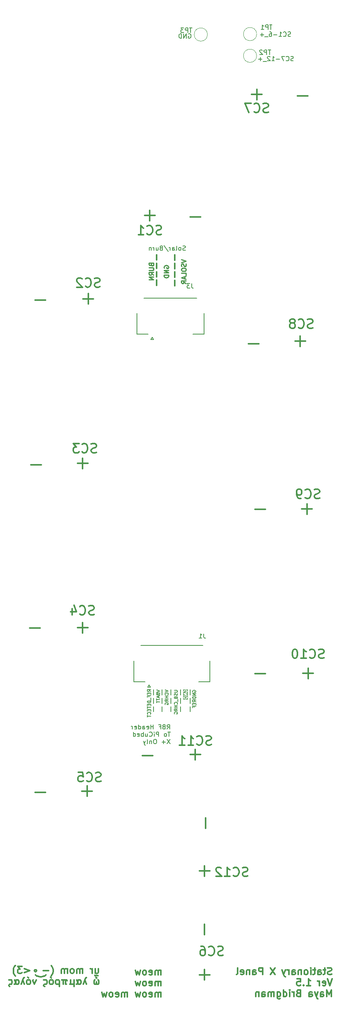
<source format=gbo>
%TF.GenerationSoftware,KiCad,Pcbnew,8.0.4*%
%TF.CreationDate,2025-03-26T23:32:02-07:00*%
%TF.ProjectId,Stationary_X_Panel,53746174-696f-46e6-9172-795f585f5061,1.5*%
%TF.SameCoordinates,Original*%
%TF.FileFunction,Legend,Bot*%
%TF.FilePolarity,Positive*%
%FSLAX46Y46*%
G04 Gerber Fmt 4.6, Leading zero omitted, Abs format (unit mm)*
G04 Created by KiCad (PCBNEW 8.0.4) date 2025-03-26 23:32:02*
%MOMM*%
%LPD*%
G01*
G04 APERTURE LIST*
%ADD10C,0.300000*%
%ADD11C,0.175000*%
%ADD12C,0.200000*%
%ADD13C,0.250000*%
%ADD14C,0.150000*%
%ADD15C,0.127000*%
%ADD16C,0.120000*%
%ADD17C,0.010000*%
%ADD18C,2.600000*%
%ADD19C,3.800000*%
%ADD20C,3.000000*%
%ADD21C,2.500000*%
G04 APERTURE END LIST*
D10*
X79641190Y-179159400D02*
X79355476Y-179254638D01*
X79355476Y-179254638D02*
X78879285Y-179254638D01*
X78879285Y-179254638D02*
X78688809Y-179159400D01*
X78688809Y-179159400D02*
X78593571Y-179064161D01*
X78593571Y-179064161D02*
X78498333Y-178873685D01*
X78498333Y-178873685D02*
X78498333Y-178683209D01*
X78498333Y-178683209D02*
X78593571Y-178492733D01*
X78593571Y-178492733D02*
X78688809Y-178397495D01*
X78688809Y-178397495D02*
X78879285Y-178302257D01*
X78879285Y-178302257D02*
X79260238Y-178207019D01*
X79260238Y-178207019D02*
X79450714Y-178111780D01*
X79450714Y-178111780D02*
X79545952Y-178016542D01*
X79545952Y-178016542D02*
X79641190Y-177826066D01*
X79641190Y-177826066D02*
X79641190Y-177635590D01*
X79641190Y-177635590D02*
X79545952Y-177445114D01*
X79545952Y-177445114D02*
X79450714Y-177349876D01*
X79450714Y-177349876D02*
X79260238Y-177254638D01*
X79260238Y-177254638D02*
X78784047Y-177254638D01*
X78784047Y-177254638D02*
X78498333Y-177349876D01*
X76498333Y-179064161D02*
X76593571Y-179159400D01*
X76593571Y-179159400D02*
X76879285Y-179254638D01*
X76879285Y-179254638D02*
X77069761Y-179254638D01*
X77069761Y-179254638D02*
X77355476Y-179159400D01*
X77355476Y-179159400D02*
X77545952Y-178968923D01*
X77545952Y-178968923D02*
X77641190Y-178778447D01*
X77641190Y-178778447D02*
X77736428Y-178397495D01*
X77736428Y-178397495D02*
X77736428Y-178111780D01*
X77736428Y-178111780D02*
X77641190Y-177730828D01*
X77641190Y-177730828D02*
X77545952Y-177540352D01*
X77545952Y-177540352D02*
X77355476Y-177349876D01*
X77355476Y-177349876D02*
X77069761Y-177254638D01*
X77069761Y-177254638D02*
X76879285Y-177254638D01*
X76879285Y-177254638D02*
X76593571Y-177349876D01*
X76593571Y-177349876D02*
X76498333Y-177445114D01*
X74593571Y-179254638D02*
X75736428Y-179254638D01*
X75165000Y-179254638D02*
X75165000Y-177254638D01*
X75165000Y-177254638D02*
X75355476Y-177540352D01*
X75355476Y-177540352D02*
X75545952Y-177730828D01*
X75545952Y-177730828D02*
X75736428Y-177826066D01*
X72688809Y-179254638D02*
X73831666Y-179254638D01*
X73260238Y-179254638D02*
X73260238Y-177254638D01*
X73260238Y-177254638D02*
X73450714Y-177540352D01*
X73450714Y-177540352D02*
X73641190Y-177730828D01*
X73641190Y-177730828D02*
X73831666Y-177826066D01*
X53557857Y-189324400D02*
X51272143Y-189324400D01*
X52415000Y-190467257D02*
X52415000Y-188181542D01*
X52557857Y-117574400D02*
X50272143Y-117574400D01*
X51415000Y-118717257D02*
X51415000Y-116431542D01*
X79307857Y-229574400D02*
X77022143Y-229574400D01*
X78165000Y-230717257D02*
X78165000Y-228431542D01*
X106056917Y-229444568D02*
X105842632Y-229515996D01*
X105842632Y-229515996D02*
X105485489Y-229515996D01*
X105485489Y-229515996D02*
X105342632Y-229444568D01*
X105342632Y-229444568D02*
X105271203Y-229373139D01*
X105271203Y-229373139D02*
X105199774Y-229230282D01*
X105199774Y-229230282D02*
X105199774Y-229087425D01*
X105199774Y-229087425D02*
X105271203Y-228944568D01*
X105271203Y-228944568D02*
X105342632Y-228873139D01*
X105342632Y-228873139D02*
X105485489Y-228801710D01*
X105485489Y-228801710D02*
X105771203Y-228730282D01*
X105771203Y-228730282D02*
X105914060Y-228658853D01*
X105914060Y-228658853D02*
X105985489Y-228587425D01*
X105985489Y-228587425D02*
X106056917Y-228444568D01*
X106056917Y-228444568D02*
X106056917Y-228301710D01*
X106056917Y-228301710D02*
X105985489Y-228158853D01*
X105985489Y-228158853D02*
X105914060Y-228087425D01*
X105914060Y-228087425D02*
X105771203Y-228015996D01*
X105771203Y-228015996D02*
X105414060Y-228015996D01*
X105414060Y-228015996D02*
X105199774Y-228087425D01*
X104771203Y-228515996D02*
X104199775Y-228515996D01*
X104556918Y-228015996D02*
X104556918Y-229301710D01*
X104556918Y-229301710D02*
X104485489Y-229444568D01*
X104485489Y-229444568D02*
X104342632Y-229515996D01*
X104342632Y-229515996D02*
X104199775Y-229515996D01*
X103056918Y-229515996D02*
X103056918Y-228730282D01*
X103056918Y-228730282D02*
X103128346Y-228587425D01*
X103128346Y-228587425D02*
X103271203Y-228515996D01*
X103271203Y-228515996D02*
X103556918Y-228515996D01*
X103556918Y-228515996D02*
X103699775Y-228587425D01*
X103056918Y-229444568D02*
X103199775Y-229515996D01*
X103199775Y-229515996D02*
X103556918Y-229515996D01*
X103556918Y-229515996D02*
X103699775Y-229444568D01*
X103699775Y-229444568D02*
X103771203Y-229301710D01*
X103771203Y-229301710D02*
X103771203Y-229158853D01*
X103771203Y-229158853D02*
X103699775Y-229015996D01*
X103699775Y-229015996D02*
X103556918Y-228944568D01*
X103556918Y-228944568D02*
X103199775Y-228944568D01*
X103199775Y-228944568D02*
X103056918Y-228873139D01*
X102556917Y-228515996D02*
X101985489Y-228515996D01*
X102342632Y-228015996D02*
X102342632Y-229301710D01*
X102342632Y-229301710D02*
X102271203Y-229444568D01*
X102271203Y-229444568D02*
X102128346Y-229515996D01*
X102128346Y-229515996D02*
X101985489Y-229515996D01*
X101485489Y-229515996D02*
X101485489Y-228515996D01*
X101485489Y-228015996D02*
X101556917Y-228087425D01*
X101556917Y-228087425D02*
X101485489Y-228158853D01*
X101485489Y-228158853D02*
X101414060Y-228087425D01*
X101414060Y-228087425D02*
X101485489Y-228015996D01*
X101485489Y-228015996D02*
X101485489Y-228158853D01*
X100556917Y-229515996D02*
X100699774Y-229444568D01*
X100699774Y-229444568D02*
X100771203Y-229373139D01*
X100771203Y-229373139D02*
X100842631Y-229230282D01*
X100842631Y-229230282D02*
X100842631Y-228801710D01*
X100842631Y-228801710D02*
X100771203Y-228658853D01*
X100771203Y-228658853D02*
X100699774Y-228587425D01*
X100699774Y-228587425D02*
X100556917Y-228515996D01*
X100556917Y-228515996D02*
X100342631Y-228515996D01*
X100342631Y-228515996D02*
X100199774Y-228587425D01*
X100199774Y-228587425D02*
X100128346Y-228658853D01*
X100128346Y-228658853D02*
X100056917Y-228801710D01*
X100056917Y-228801710D02*
X100056917Y-229230282D01*
X100056917Y-229230282D02*
X100128346Y-229373139D01*
X100128346Y-229373139D02*
X100199774Y-229444568D01*
X100199774Y-229444568D02*
X100342631Y-229515996D01*
X100342631Y-229515996D02*
X100556917Y-229515996D01*
X99414060Y-228515996D02*
X99414060Y-229515996D01*
X99414060Y-228658853D02*
X99342631Y-228587425D01*
X99342631Y-228587425D02*
X99199774Y-228515996D01*
X99199774Y-228515996D02*
X98985488Y-228515996D01*
X98985488Y-228515996D02*
X98842631Y-228587425D01*
X98842631Y-228587425D02*
X98771203Y-228730282D01*
X98771203Y-228730282D02*
X98771203Y-229515996D01*
X97414060Y-229515996D02*
X97414060Y-228730282D01*
X97414060Y-228730282D02*
X97485488Y-228587425D01*
X97485488Y-228587425D02*
X97628345Y-228515996D01*
X97628345Y-228515996D02*
X97914060Y-228515996D01*
X97914060Y-228515996D02*
X98056917Y-228587425D01*
X97414060Y-229444568D02*
X97556917Y-229515996D01*
X97556917Y-229515996D02*
X97914060Y-229515996D01*
X97914060Y-229515996D02*
X98056917Y-229444568D01*
X98056917Y-229444568D02*
X98128345Y-229301710D01*
X98128345Y-229301710D02*
X98128345Y-229158853D01*
X98128345Y-229158853D02*
X98056917Y-229015996D01*
X98056917Y-229015996D02*
X97914060Y-228944568D01*
X97914060Y-228944568D02*
X97556917Y-228944568D01*
X97556917Y-228944568D02*
X97414060Y-228873139D01*
X96699774Y-229515996D02*
X96699774Y-228515996D01*
X96699774Y-228801710D02*
X96628345Y-228658853D01*
X96628345Y-228658853D02*
X96556917Y-228587425D01*
X96556917Y-228587425D02*
X96414059Y-228515996D01*
X96414059Y-228515996D02*
X96271202Y-228515996D01*
X95914060Y-228515996D02*
X95556917Y-229515996D01*
X95199774Y-228515996D02*
X95556917Y-229515996D01*
X95556917Y-229515996D02*
X95699774Y-229873139D01*
X95699774Y-229873139D02*
X95771203Y-229944568D01*
X95771203Y-229944568D02*
X95914060Y-230015996D01*
X93628346Y-228015996D02*
X92628346Y-229515996D01*
X92628346Y-228015996D02*
X93628346Y-229515996D01*
X90914061Y-229515996D02*
X90914061Y-228015996D01*
X90914061Y-228015996D02*
X90342632Y-228015996D01*
X90342632Y-228015996D02*
X90199775Y-228087425D01*
X90199775Y-228087425D02*
X90128346Y-228158853D01*
X90128346Y-228158853D02*
X90056918Y-228301710D01*
X90056918Y-228301710D02*
X90056918Y-228515996D01*
X90056918Y-228515996D02*
X90128346Y-228658853D01*
X90128346Y-228658853D02*
X90199775Y-228730282D01*
X90199775Y-228730282D02*
X90342632Y-228801710D01*
X90342632Y-228801710D02*
X90914061Y-228801710D01*
X88771204Y-229515996D02*
X88771204Y-228730282D01*
X88771204Y-228730282D02*
X88842632Y-228587425D01*
X88842632Y-228587425D02*
X88985489Y-228515996D01*
X88985489Y-228515996D02*
X89271204Y-228515996D01*
X89271204Y-228515996D02*
X89414061Y-228587425D01*
X88771204Y-229444568D02*
X88914061Y-229515996D01*
X88914061Y-229515996D02*
X89271204Y-229515996D01*
X89271204Y-229515996D02*
X89414061Y-229444568D01*
X89414061Y-229444568D02*
X89485489Y-229301710D01*
X89485489Y-229301710D02*
X89485489Y-229158853D01*
X89485489Y-229158853D02*
X89414061Y-229015996D01*
X89414061Y-229015996D02*
X89271204Y-228944568D01*
X89271204Y-228944568D02*
X88914061Y-228944568D01*
X88914061Y-228944568D02*
X88771204Y-228873139D01*
X88056918Y-228515996D02*
X88056918Y-229515996D01*
X88056918Y-228658853D02*
X87985489Y-228587425D01*
X87985489Y-228587425D02*
X87842632Y-228515996D01*
X87842632Y-228515996D02*
X87628346Y-228515996D01*
X87628346Y-228515996D02*
X87485489Y-228587425D01*
X87485489Y-228587425D02*
X87414061Y-228730282D01*
X87414061Y-228730282D02*
X87414061Y-229515996D01*
X86128346Y-229444568D02*
X86271203Y-229515996D01*
X86271203Y-229515996D02*
X86556918Y-229515996D01*
X86556918Y-229515996D02*
X86699775Y-229444568D01*
X86699775Y-229444568D02*
X86771203Y-229301710D01*
X86771203Y-229301710D02*
X86771203Y-228730282D01*
X86771203Y-228730282D02*
X86699775Y-228587425D01*
X86699775Y-228587425D02*
X86556918Y-228515996D01*
X86556918Y-228515996D02*
X86271203Y-228515996D01*
X86271203Y-228515996D02*
X86128346Y-228587425D01*
X86128346Y-228587425D02*
X86056918Y-228730282D01*
X86056918Y-228730282D02*
X86056918Y-228873139D01*
X86056918Y-228873139D02*
X86771203Y-229015996D01*
X85199775Y-229515996D02*
X85342632Y-229444568D01*
X85342632Y-229444568D02*
X85414061Y-229301710D01*
X85414061Y-229301710D02*
X85414061Y-228015996D01*
X106199774Y-230430912D02*
X105699774Y-231930912D01*
X105699774Y-231930912D02*
X105199774Y-230430912D01*
X104128346Y-231859484D02*
X104271203Y-231930912D01*
X104271203Y-231930912D02*
X104556918Y-231930912D01*
X104556918Y-231930912D02*
X104699775Y-231859484D01*
X104699775Y-231859484D02*
X104771203Y-231716626D01*
X104771203Y-231716626D02*
X104771203Y-231145198D01*
X104771203Y-231145198D02*
X104699775Y-231002341D01*
X104699775Y-231002341D02*
X104556918Y-230930912D01*
X104556918Y-230930912D02*
X104271203Y-230930912D01*
X104271203Y-230930912D02*
X104128346Y-231002341D01*
X104128346Y-231002341D02*
X104056918Y-231145198D01*
X104056918Y-231145198D02*
X104056918Y-231288055D01*
X104056918Y-231288055D02*
X104771203Y-231430912D01*
X103414061Y-231930912D02*
X103414061Y-230930912D01*
X103414061Y-231216626D02*
X103342632Y-231073769D01*
X103342632Y-231073769D02*
X103271204Y-231002341D01*
X103271204Y-231002341D02*
X103128346Y-230930912D01*
X103128346Y-230930912D02*
X102985489Y-230930912D01*
X100556918Y-231930912D02*
X101414061Y-231930912D01*
X100985490Y-231930912D02*
X100985490Y-230430912D01*
X100985490Y-230430912D02*
X101128347Y-230645198D01*
X101128347Y-230645198D02*
X101271204Y-230788055D01*
X101271204Y-230788055D02*
X101414061Y-230859484D01*
X99914062Y-231788055D02*
X99842633Y-231859484D01*
X99842633Y-231859484D02*
X99914062Y-231930912D01*
X99914062Y-231930912D02*
X99985490Y-231859484D01*
X99985490Y-231859484D02*
X99914062Y-231788055D01*
X99914062Y-231788055D02*
X99914062Y-231930912D01*
X98485490Y-230430912D02*
X99199776Y-230430912D01*
X99199776Y-230430912D02*
X99271204Y-231145198D01*
X99271204Y-231145198D02*
X99199776Y-231073769D01*
X99199776Y-231073769D02*
X99056919Y-231002341D01*
X99056919Y-231002341D02*
X98699776Y-231002341D01*
X98699776Y-231002341D02*
X98556919Y-231073769D01*
X98556919Y-231073769D02*
X98485490Y-231145198D01*
X98485490Y-231145198D02*
X98414061Y-231288055D01*
X98414061Y-231288055D02*
X98414061Y-231645198D01*
X98414061Y-231645198D02*
X98485490Y-231788055D01*
X98485490Y-231788055D02*
X98556919Y-231859484D01*
X98556919Y-231859484D02*
X98699776Y-231930912D01*
X98699776Y-231930912D02*
X99056919Y-231930912D01*
X99056919Y-231930912D02*
X99199776Y-231859484D01*
X99199776Y-231859484D02*
X99271204Y-231788055D01*
X105985489Y-234345828D02*
X105985489Y-232845828D01*
X105985489Y-232845828D02*
X105485489Y-233917257D01*
X105485489Y-233917257D02*
X104985489Y-232845828D01*
X104985489Y-232845828D02*
X104985489Y-234345828D01*
X103628346Y-234345828D02*
X103628346Y-233560114D01*
X103628346Y-233560114D02*
X103699774Y-233417257D01*
X103699774Y-233417257D02*
X103842631Y-233345828D01*
X103842631Y-233345828D02*
X104128346Y-233345828D01*
X104128346Y-233345828D02*
X104271203Y-233417257D01*
X103628346Y-234274400D02*
X103771203Y-234345828D01*
X103771203Y-234345828D02*
X104128346Y-234345828D01*
X104128346Y-234345828D02*
X104271203Y-234274400D01*
X104271203Y-234274400D02*
X104342631Y-234131542D01*
X104342631Y-234131542D02*
X104342631Y-233988685D01*
X104342631Y-233988685D02*
X104271203Y-233845828D01*
X104271203Y-233845828D02*
X104128346Y-233774400D01*
X104128346Y-233774400D02*
X103771203Y-233774400D01*
X103771203Y-233774400D02*
X103628346Y-233702971D01*
X103056917Y-233345828D02*
X102699774Y-234345828D01*
X102342631Y-233345828D02*
X102699774Y-234345828D01*
X102699774Y-234345828D02*
X102842631Y-234702971D01*
X102842631Y-234702971D02*
X102914060Y-234774400D01*
X102914060Y-234774400D02*
X103056917Y-234845828D01*
X101128346Y-234345828D02*
X101128346Y-233560114D01*
X101128346Y-233560114D02*
X101199774Y-233417257D01*
X101199774Y-233417257D02*
X101342631Y-233345828D01*
X101342631Y-233345828D02*
X101628346Y-233345828D01*
X101628346Y-233345828D02*
X101771203Y-233417257D01*
X101128346Y-234274400D02*
X101271203Y-234345828D01*
X101271203Y-234345828D02*
X101628346Y-234345828D01*
X101628346Y-234345828D02*
X101771203Y-234274400D01*
X101771203Y-234274400D02*
X101842631Y-234131542D01*
X101842631Y-234131542D02*
X101842631Y-233988685D01*
X101842631Y-233988685D02*
X101771203Y-233845828D01*
X101771203Y-233845828D02*
X101628346Y-233774400D01*
X101628346Y-233774400D02*
X101271203Y-233774400D01*
X101271203Y-233774400D02*
X101128346Y-233702971D01*
X98771203Y-233560114D02*
X98556917Y-233631542D01*
X98556917Y-233631542D02*
X98485488Y-233702971D01*
X98485488Y-233702971D02*
X98414060Y-233845828D01*
X98414060Y-233845828D02*
X98414060Y-234060114D01*
X98414060Y-234060114D02*
X98485488Y-234202971D01*
X98485488Y-234202971D02*
X98556917Y-234274400D01*
X98556917Y-234274400D02*
X98699774Y-234345828D01*
X98699774Y-234345828D02*
X99271203Y-234345828D01*
X99271203Y-234345828D02*
X99271203Y-232845828D01*
X99271203Y-232845828D02*
X98771203Y-232845828D01*
X98771203Y-232845828D02*
X98628346Y-232917257D01*
X98628346Y-232917257D02*
X98556917Y-232988685D01*
X98556917Y-232988685D02*
X98485488Y-233131542D01*
X98485488Y-233131542D02*
X98485488Y-233274400D01*
X98485488Y-233274400D02*
X98556917Y-233417257D01*
X98556917Y-233417257D02*
X98628346Y-233488685D01*
X98628346Y-233488685D02*
X98771203Y-233560114D01*
X98771203Y-233560114D02*
X99271203Y-233560114D01*
X97771203Y-234345828D02*
X97771203Y-233345828D01*
X97771203Y-233631542D02*
X97699774Y-233488685D01*
X97699774Y-233488685D02*
X97628346Y-233417257D01*
X97628346Y-233417257D02*
X97485488Y-233345828D01*
X97485488Y-233345828D02*
X97342631Y-233345828D01*
X96842632Y-234345828D02*
X96842632Y-233345828D01*
X96842632Y-232845828D02*
X96914060Y-232917257D01*
X96914060Y-232917257D02*
X96842632Y-232988685D01*
X96842632Y-232988685D02*
X96771203Y-232917257D01*
X96771203Y-232917257D02*
X96842632Y-232845828D01*
X96842632Y-232845828D02*
X96842632Y-232988685D01*
X95485489Y-234345828D02*
X95485489Y-232845828D01*
X95485489Y-234274400D02*
X95628346Y-234345828D01*
X95628346Y-234345828D02*
X95914060Y-234345828D01*
X95914060Y-234345828D02*
X96056917Y-234274400D01*
X96056917Y-234274400D02*
X96128346Y-234202971D01*
X96128346Y-234202971D02*
X96199774Y-234060114D01*
X96199774Y-234060114D02*
X96199774Y-233631542D01*
X96199774Y-233631542D02*
X96128346Y-233488685D01*
X96128346Y-233488685D02*
X96056917Y-233417257D01*
X96056917Y-233417257D02*
X95914060Y-233345828D01*
X95914060Y-233345828D02*
X95628346Y-233345828D01*
X95628346Y-233345828D02*
X95485489Y-233417257D01*
X94128346Y-233345828D02*
X94128346Y-234560114D01*
X94128346Y-234560114D02*
X94199774Y-234702971D01*
X94199774Y-234702971D02*
X94271203Y-234774400D01*
X94271203Y-234774400D02*
X94414060Y-234845828D01*
X94414060Y-234845828D02*
X94628346Y-234845828D01*
X94628346Y-234845828D02*
X94771203Y-234774400D01*
X94128346Y-234274400D02*
X94271203Y-234345828D01*
X94271203Y-234345828D02*
X94556917Y-234345828D01*
X94556917Y-234345828D02*
X94699774Y-234274400D01*
X94699774Y-234274400D02*
X94771203Y-234202971D01*
X94771203Y-234202971D02*
X94842631Y-234060114D01*
X94842631Y-234060114D02*
X94842631Y-233631542D01*
X94842631Y-233631542D02*
X94771203Y-233488685D01*
X94771203Y-233488685D02*
X94699774Y-233417257D01*
X94699774Y-233417257D02*
X94556917Y-233345828D01*
X94556917Y-233345828D02*
X94271203Y-233345828D01*
X94271203Y-233345828D02*
X94128346Y-233417257D01*
X93414060Y-234345828D02*
X93414060Y-233345828D01*
X93414060Y-233488685D02*
X93342631Y-233417257D01*
X93342631Y-233417257D02*
X93199774Y-233345828D01*
X93199774Y-233345828D02*
X92985488Y-233345828D01*
X92985488Y-233345828D02*
X92842631Y-233417257D01*
X92842631Y-233417257D02*
X92771203Y-233560114D01*
X92771203Y-233560114D02*
X92771203Y-234345828D01*
X92771203Y-233560114D02*
X92699774Y-233417257D01*
X92699774Y-233417257D02*
X92556917Y-233345828D01*
X92556917Y-233345828D02*
X92342631Y-233345828D01*
X92342631Y-233345828D02*
X92199774Y-233417257D01*
X92199774Y-233417257D02*
X92128345Y-233560114D01*
X92128345Y-233560114D02*
X92128345Y-234345828D01*
X90771203Y-234345828D02*
X90771203Y-233560114D01*
X90771203Y-233560114D02*
X90842631Y-233417257D01*
X90842631Y-233417257D02*
X90985488Y-233345828D01*
X90985488Y-233345828D02*
X91271203Y-233345828D01*
X91271203Y-233345828D02*
X91414060Y-233417257D01*
X90771203Y-234274400D02*
X90914060Y-234345828D01*
X90914060Y-234345828D02*
X91271203Y-234345828D01*
X91271203Y-234345828D02*
X91414060Y-234274400D01*
X91414060Y-234274400D02*
X91485488Y-234131542D01*
X91485488Y-234131542D02*
X91485488Y-233988685D01*
X91485488Y-233988685D02*
X91414060Y-233845828D01*
X91414060Y-233845828D02*
X91271203Y-233774400D01*
X91271203Y-233774400D02*
X90914060Y-233774400D01*
X90914060Y-233774400D02*
X90771203Y-233702971D01*
X90056917Y-233345828D02*
X90056917Y-234345828D01*
X90056917Y-233488685D02*
X89985488Y-233417257D01*
X89985488Y-233417257D02*
X89842631Y-233345828D01*
X89842631Y-233345828D02*
X89628345Y-233345828D01*
X89628345Y-233345828D02*
X89485488Y-233417257D01*
X89485488Y-233417257D02*
X89414060Y-233560114D01*
X89414060Y-233560114D02*
X89414060Y-234345828D01*
X64522142Y-181615600D02*
X66807857Y-181615600D01*
D11*
X71554733Y-167281797D02*
X72121400Y-167281797D01*
X72121400Y-167281797D02*
X72188066Y-167315131D01*
X72188066Y-167315131D02*
X72221400Y-167348464D01*
X72221400Y-167348464D02*
X72254733Y-167415131D01*
X72254733Y-167415131D02*
X72254733Y-167548464D01*
X72254733Y-167548464D02*
X72221400Y-167615131D01*
X72221400Y-167615131D02*
X72188066Y-167648464D01*
X72188066Y-167648464D02*
X72121400Y-167681797D01*
X72121400Y-167681797D02*
X71554733Y-167681797D01*
X72221400Y-167981797D02*
X72254733Y-168081797D01*
X72254733Y-168081797D02*
X72254733Y-168248464D01*
X72254733Y-168248464D02*
X72221400Y-168315130D01*
X72221400Y-168315130D02*
X72188066Y-168348464D01*
X72188066Y-168348464D02*
X72121400Y-168381797D01*
X72121400Y-168381797D02*
X72054733Y-168381797D01*
X72054733Y-168381797D02*
X71988066Y-168348464D01*
X71988066Y-168348464D02*
X71954733Y-168315130D01*
X71954733Y-168315130D02*
X71921400Y-168248464D01*
X71921400Y-168248464D02*
X71888066Y-168115130D01*
X71888066Y-168115130D02*
X71854733Y-168048464D01*
X71854733Y-168048464D02*
X71821400Y-168015130D01*
X71821400Y-168015130D02*
X71754733Y-167981797D01*
X71754733Y-167981797D02*
X71688066Y-167981797D01*
X71688066Y-167981797D02*
X71621400Y-168015130D01*
X71621400Y-168015130D02*
X71588066Y-168048464D01*
X71588066Y-168048464D02*
X71554733Y-168115130D01*
X71554733Y-168115130D02*
X71554733Y-168281797D01*
X71554733Y-168281797D02*
X71588066Y-168381797D01*
X71888066Y-168915131D02*
X71921400Y-169015131D01*
X71921400Y-169015131D02*
X71954733Y-169048464D01*
X71954733Y-169048464D02*
X72021400Y-169081797D01*
X72021400Y-169081797D02*
X72121400Y-169081797D01*
X72121400Y-169081797D02*
X72188066Y-169048464D01*
X72188066Y-169048464D02*
X72221400Y-169015131D01*
X72221400Y-169015131D02*
X72254733Y-168948464D01*
X72254733Y-168948464D02*
X72254733Y-168681797D01*
X72254733Y-168681797D02*
X71554733Y-168681797D01*
X71554733Y-168681797D02*
X71554733Y-168915131D01*
X71554733Y-168915131D02*
X71588066Y-168981797D01*
X71588066Y-168981797D02*
X71621400Y-169015131D01*
X71621400Y-169015131D02*
X71688066Y-169048464D01*
X71688066Y-169048464D02*
X71754733Y-169048464D01*
X71754733Y-169048464D02*
X71821400Y-169015131D01*
X71821400Y-169015131D02*
X71854733Y-168981797D01*
X71854733Y-168981797D02*
X71888066Y-168915131D01*
X71888066Y-168915131D02*
X71888066Y-168681797D01*
X72321400Y-169215131D02*
X72321400Y-169748464D01*
X72188066Y-170315130D02*
X72221400Y-170281797D01*
X72221400Y-170281797D02*
X72254733Y-170181797D01*
X72254733Y-170181797D02*
X72254733Y-170115130D01*
X72254733Y-170115130D02*
X72221400Y-170015130D01*
X72221400Y-170015130D02*
X72154733Y-169948464D01*
X72154733Y-169948464D02*
X72088066Y-169915130D01*
X72088066Y-169915130D02*
X71954733Y-169881797D01*
X71954733Y-169881797D02*
X71854733Y-169881797D01*
X71854733Y-169881797D02*
X71721400Y-169915130D01*
X71721400Y-169915130D02*
X71654733Y-169948464D01*
X71654733Y-169948464D02*
X71588066Y-170015130D01*
X71588066Y-170015130D02*
X71554733Y-170115130D01*
X71554733Y-170115130D02*
X71554733Y-170181797D01*
X71554733Y-170181797D02*
X71588066Y-170281797D01*
X71588066Y-170281797D02*
X71621400Y-170315130D01*
X72254733Y-170615130D02*
X71554733Y-170615130D01*
X71888066Y-170615130D02*
X71888066Y-171015130D01*
X72254733Y-171015130D02*
X71554733Y-171015130D01*
X72254733Y-171748463D02*
X71921400Y-171515130D01*
X72254733Y-171348463D02*
X71554733Y-171348463D01*
X71554733Y-171348463D02*
X71554733Y-171615130D01*
X71554733Y-171615130D02*
X71588066Y-171681797D01*
X71588066Y-171681797D02*
X71621400Y-171715130D01*
X71621400Y-171715130D02*
X71688066Y-171748463D01*
X71688066Y-171748463D02*
X71788066Y-171748463D01*
X71788066Y-171748463D02*
X71854733Y-171715130D01*
X71854733Y-171715130D02*
X71888066Y-171681797D01*
X71888066Y-171681797D02*
X71921400Y-171615130D01*
X71921400Y-171615130D02*
X71921400Y-171348463D01*
X71588066Y-172415130D02*
X71554733Y-172348463D01*
X71554733Y-172348463D02*
X71554733Y-172248463D01*
X71554733Y-172248463D02*
X71588066Y-172148463D01*
X71588066Y-172148463D02*
X71654733Y-172081797D01*
X71654733Y-172081797D02*
X71721400Y-172048463D01*
X71721400Y-172048463D02*
X71854733Y-172015130D01*
X71854733Y-172015130D02*
X71954733Y-172015130D01*
X71954733Y-172015130D02*
X72088066Y-172048463D01*
X72088066Y-172048463D02*
X72154733Y-172081797D01*
X72154733Y-172081797D02*
X72221400Y-172148463D01*
X72221400Y-172148463D02*
X72254733Y-172248463D01*
X72254733Y-172248463D02*
X72254733Y-172315130D01*
X72254733Y-172315130D02*
X72221400Y-172415130D01*
X72221400Y-172415130D02*
X72188066Y-172448463D01*
X72188066Y-172448463D02*
X71954733Y-172448463D01*
X71954733Y-172448463D02*
X71954733Y-172315130D01*
D10*
X77307857Y-181324400D02*
X75022143Y-181324400D01*
X76165000Y-182467257D02*
X76165000Y-180181542D01*
X68610489Y-229565996D02*
X68610489Y-228565996D01*
X68610489Y-228708853D02*
X68539060Y-228637425D01*
X68539060Y-228637425D02*
X68396203Y-228565996D01*
X68396203Y-228565996D02*
X68181917Y-228565996D01*
X68181917Y-228565996D02*
X68039060Y-228637425D01*
X68039060Y-228637425D02*
X67967632Y-228780282D01*
X67967632Y-228780282D02*
X67967632Y-229565996D01*
X67967632Y-228780282D02*
X67896203Y-228637425D01*
X67896203Y-228637425D02*
X67753346Y-228565996D01*
X67753346Y-228565996D02*
X67539060Y-228565996D01*
X67539060Y-228565996D02*
X67396203Y-228637425D01*
X67396203Y-228637425D02*
X67324774Y-228780282D01*
X67324774Y-228780282D02*
X67324774Y-229565996D01*
X66039060Y-229494568D02*
X66181917Y-229565996D01*
X66181917Y-229565996D02*
X66467632Y-229565996D01*
X66467632Y-229565996D02*
X66610489Y-229494568D01*
X66610489Y-229494568D02*
X66681917Y-229351710D01*
X66681917Y-229351710D02*
X66681917Y-228780282D01*
X66681917Y-228780282D02*
X66610489Y-228637425D01*
X66610489Y-228637425D02*
X66467632Y-228565996D01*
X66467632Y-228565996D02*
X66181917Y-228565996D01*
X66181917Y-228565996D02*
X66039060Y-228637425D01*
X66039060Y-228637425D02*
X65967632Y-228780282D01*
X65967632Y-228780282D02*
X65967632Y-228923139D01*
X65967632Y-228923139D02*
X66681917Y-229065996D01*
X65110489Y-229565996D02*
X65253346Y-229494568D01*
X65253346Y-229494568D02*
X65324775Y-229423139D01*
X65324775Y-229423139D02*
X65396203Y-229280282D01*
X65396203Y-229280282D02*
X65396203Y-228851710D01*
X65396203Y-228851710D02*
X65324775Y-228708853D01*
X65324775Y-228708853D02*
X65253346Y-228637425D01*
X65253346Y-228637425D02*
X65110489Y-228565996D01*
X65110489Y-228565996D02*
X64896203Y-228565996D01*
X64896203Y-228565996D02*
X64753346Y-228637425D01*
X64753346Y-228637425D02*
X64681918Y-228708853D01*
X64681918Y-228708853D02*
X64610489Y-228851710D01*
X64610489Y-228851710D02*
X64610489Y-229280282D01*
X64610489Y-229280282D02*
X64681918Y-229423139D01*
X64681918Y-229423139D02*
X64753346Y-229494568D01*
X64753346Y-229494568D02*
X64896203Y-229565996D01*
X64896203Y-229565996D02*
X65110489Y-229565996D01*
X64110489Y-228565996D02*
X63824775Y-229565996D01*
X63824775Y-229565996D02*
X63539060Y-228851710D01*
X63539060Y-228851710D02*
X63253346Y-229565996D01*
X63253346Y-229565996D02*
X62967632Y-228565996D01*
X68610489Y-231980912D02*
X68610489Y-230980912D01*
X68610489Y-231123769D02*
X68539060Y-231052341D01*
X68539060Y-231052341D02*
X68396203Y-230980912D01*
X68396203Y-230980912D02*
X68181917Y-230980912D01*
X68181917Y-230980912D02*
X68039060Y-231052341D01*
X68039060Y-231052341D02*
X67967632Y-231195198D01*
X67967632Y-231195198D02*
X67967632Y-231980912D01*
X67967632Y-231195198D02*
X67896203Y-231052341D01*
X67896203Y-231052341D02*
X67753346Y-230980912D01*
X67753346Y-230980912D02*
X67539060Y-230980912D01*
X67539060Y-230980912D02*
X67396203Y-231052341D01*
X67396203Y-231052341D02*
X67324774Y-231195198D01*
X67324774Y-231195198D02*
X67324774Y-231980912D01*
X66039060Y-231909484D02*
X66181917Y-231980912D01*
X66181917Y-231980912D02*
X66467632Y-231980912D01*
X66467632Y-231980912D02*
X66610489Y-231909484D01*
X66610489Y-231909484D02*
X66681917Y-231766626D01*
X66681917Y-231766626D02*
X66681917Y-231195198D01*
X66681917Y-231195198D02*
X66610489Y-231052341D01*
X66610489Y-231052341D02*
X66467632Y-230980912D01*
X66467632Y-230980912D02*
X66181917Y-230980912D01*
X66181917Y-230980912D02*
X66039060Y-231052341D01*
X66039060Y-231052341D02*
X65967632Y-231195198D01*
X65967632Y-231195198D02*
X65967632Y-231338055D01*
X65967632Y-231338055D02*
X66681917Y-231480912D01*
X65110489Y-231980912D02*
X65253346Y-231909484D01*
X65253346Y-231909484D02*
X65324775Y-231838055D01*
X65324775Y-231838055D02*
X65396203Y-231695198D01*
X65396203Y-231695198D02*
X65396203Y-231266626D01*
X65396203Y-231266626D02*
X65324775Y-231123769D01*
X65324775Y-231123769D02*
X65253346Y-231052341D01*
X65253346Y-231052341D02*
X65110489Y-230980912D01*
X65110489Y-230980912D02*
X64896203Y-230980912D01*
X64896203Y-230980912D02*
X64753346Y-231052341D01*
X64753346Y-231052341D02*
X64681918Y-231123769D01*
X64681918Y-231123769D02*
X64610489Y-231266626D01*
X64610489Y-231266626D02*
X64610489Y-231695198D01*
X64610489Y-231695198D02*
X64681918Y-231838055D01*
X64681918Y-231838055D02*
X64753346Y-231909484D01*
X64753346Y-231909484D02*
X64896203Y-231980912D01*
X64896203Y-231980912D02*
X65110489Y-231980912D01*
X64110489Y-230980912D02*
X63824775Y-231980912D01*
X63824775Y-231980912D02*
X63539060Y-231266626D01*
X63539060Y-231266626D02*
X63253346Y-231980912D01*
X63253346Y-231980912D02*
X62967632Y-230980912D01*
X68610489Y-234395828D02*
X68610489Y-233395828D01*
X68610489Y-233538685D02*
X68539060Y-233467257D01*
X68539060Y-233467257D02*
X68396203Y-233395828D01*
X68396203Y-233395828D02*
X68181917Y-233395828D01*
X68181917Y-233395828D02*
X68039060Y-233467257D01*
X68039060Y-233467257D02*
X67967632Y-233610114D01*
X67967632Y-233610114D02*
X67967632Y-234395828D01*
X67967632Y-233610114D02*
X67896203Y-233467257D01*
X67896203Y-233467257D02*
X67753346Y-233395828D01*
X67753346Y-233395828D02*
X67539060Y-233395828D01*
X67539060Y-233395828D02*
X67396203Y-233467257D01*
X67396203Y-233467257D02*
X67324774Y-233610114D01*
X67324774Y-233610114D02*
X67324774Y-234395828D01*
X66039060Y-234324400D02*
X66181917Y-234395828D01*
X66181917Y-234395828D02*
X66467632Y-234395828D01*
X66467632Y-234395828D02*
X66610489Y-234324400D01*
X66610489Y-234324400D02*
X66681917Y-234181542D01*
X66681917Y-234181542D02*
X66681917Y-233610114D01*
X66681917Y-233610114D02*
X66610489Y-233467257D01*
X66610489Y-233467257D02*
X66467632Y-233395828D01*
X66467632Y-233395828D02*
X66181917Y-233395828D01*
X66181917Y-233395828D02*
X66039060Y-233467257D01*
X66039060Y-233467257D02*
X65967632Y-233610114D01*
X65967632Y-233610114D02*
X65967632Y-233752971D01*
X65967632Y-233752971D02*
X66681917Y-233895828D01*
X65110489Y-234395828D02*
X65253346Y-234324400D01*
X65253346Y-234324400D02*
X65324775Y-234252971D01*
X65324775Y-234252971D02*
X65396203Y-234110114D01*
X65396203Y-234110114D02*
X65396203Y-233681542D01*
X65396203Y-233681542D02*
X65324775Y-233538685D01*
X65324775Y-233538685D02*
X65253346Y-233467257D01*
X65253346Y-233467257D02*
X65110489Y-233395828D01*
X65110489Y-233395828D02*
X64896203Y-233395828D01*
X64896203Y-233395828D02*
X64753346Y-233467257D01*
X64753346Y-233467257D02*
X64681918Y-233538685D01*
X64681918Y-233538685D02*
X64610489Y-233681542D01*
X64610489Y-233681542D02*
X64610489Y-234110114D01*
X64610489Y-234110114D02*
X64681918Y-234252971D01*
X64681918Y-234252971D02*
X64753346Y-234324400D01*
X64753346Y-234324400D02*
X64896203Y-234395828D01*
X64896203Y-234395828D02*
X65110489Y-234395828D01*
X64110489Y-233395828D02*
X63824775Y-234395828D01*
X63824775Y-234395828D02*
X63539060Y-233681542D01*
X63539060Y-233681542D02*
X63253346Y-234395828D01*
X63253346Y-234395828D02*
X62967632Y-233395828D01*
X61253346Y-234395828D02*
X61253346Y-233395828D01*
X61253346Y-233538685D02*
X61181917Y-233467257D01*
X61181917Y-233467257D02*
X61039060Y-233395828D01*
X61039060Y-233395828D02*
X60824774Y-233395828D01*
X60824774Y-233395828D02*
X60681917Y-233467257D01*
X60681917Y-233467257D02*
X60610489Y-233610114D01*
X60610489Y-233610114D02*
X60610489Y-234395828D01*
X60610489Y-233610114D02*
X60539060Y-233467257D01*
X60539060Y-233467257D02*
X60396203Y-233395828D01*
X60396203Y-233395828D02*
X60181917Y-233395828D01*
X60181917Y-233395828D02*
X60039060Y-233467257D01*
X60039060Y-233467257D02*
X59967631Y-233610114D01*
X59967631Y-233610114D02*
X59967631Y-234395828D01*
X58681917Y-234324400D02*
X58824774Y-234395828D01*
X58824774Y-234395828D02*
X59110489Y-234395828D01*
X59110489Y-234395828D02*
X59253346Y-234324400D01*
X59253346Y-234324400D02*
X59324774Y-234181542D01*
X59324774Y-234181542D02*
X59324774Y-233610114D01*
X59324774Y-233610114D02*
X59253346Y-233467257D01*
X59253346Y-233467257D02*
X59110489Y-233395828D01*
X59110489Y-233395828D02*
X58824774Y-233395828D01*
X58824774Y-233395828D02*
X58681917Y-233467257D01*
X58681917Y-233467257D02*
X58610489Y-233610114D01*
X58610489Y-233610114D02*
X58610489Y-233752971D01*
X58610489Y-233752971D02*
X59324774Y-233895828D01*
X57753346Y-234395828D02*
X57896203Y-234324400D01*
X57896203Y-234324400D02*
X57967632Y-234252971D01*
X57967632Y-234252971D02*
X58039060Y-234110114D01*
X58039060Y-234110114D02*
X58039060Y-233681542D01*
X58039060Y-233681542D02*
X57967632Y-233538685D01*
X57967632Y-233538685D02*
X57896203Y-233467257D01*
X57896203Y-233467257D02*
X57753346Y-233395828D01*
X57753346Y-233395828D02*
X57539060Y-233395828D01*
X57539060Y-233395828D02*
X57396203Y-233467257D01*
X57396203Y-233467257D02*
X57324775Y-233538685D01*
X57324775Y-233538685D02*
X57253346Y-233681542D01*
X57253346Y-233681542D02*
X57253346Y-234110114D01*
X57253346Y-234110114D02*
X57324775Y-234252971D01*
X57324775Y-234252971D02*
X57396203Y-234324400D01*
X57396203Y-234324400D02*
X57539060Y-234395828D01*
X57539060Y-234395828D02*
X57753346Y-234395828D01*
X56753346Y-233395828D02*
X56467632Y-234395828D01*
X56467632Y-234395828D02*
X56181917Y-233681542D01*
X56181917Y-233681542D02*
X55896203Y-234395828D01*
X55896203Y-234395828D02*
X55610489Y-233395828D01*
X101807857Y-127574400D02*
X99522143Y-127574400D01*
X100665000Y-128717257D02*
X100665000Y-126431542D01*
X67644400Y-78615489D02*
X67644400Y-77472632D01*
X67644400Y-76758346D02*
X67644400Y-75615489D01*
X67644400Y-74901203D02*
X67644400Y-73758346D01*
X67644400Y-73044060D02*
X67644400Y-71901203D01*
D12*
X70815400Y-171961279D02*
X70815400Y-170818422D01*
X70815400Y-170104136D02*
X70815400Y-168961279D01*
X70815400Y-168246993D02*
X70815400Y-167104136D01*
D10*
X68688809Y-67409400D02*
X68403095Y-67504638D01*
X68403095Y-67504638D02*
X67926904Y-67504638D01*
X67926904Y-67504638D02*
X67736428Y-67409400D01*
X67736428Y-67409400D02*
X67641190Y-67314161D01*
X67641190Y-67314161D02*
X67545952Y-67123685D01*
X67545952Y-67123685D02*
X67545952Y-66933209D01*
X67545952Y-66933209D02*
X67641190Y-66742733D01*
X67641190Y-66742733D02*
X67736428Y-66647495D01*
X67736428Y-66647495D02*
X67926904Y-66552257D01*
X67926904Y-66552257D02*
X68307857Y-66457019D01*
X68307857Y-66457019D02*
X68498333Y-66361780D01*
X68498333Y-66361780D02*
X68593571Y-66266542D01*
X68593571Y-66266542D02*
X68688809Y-66076066D01*
X68688809Y-66076066D02*
X68688809Y-65885590D01*
X68688809Y-65885590D02*
X68593571Y-65695114D01*
X68593571Y-65695114D02*
X68498333Y-65599876D01*
X68498333Y-65599876D02*
X68307857Y-65504638D01*
X68307857Y-65504638D02*
X67831666Y-65504638D01*
X67831666Y-65504638D02*
X67545952Y-65599876D01*
X65545952Y-67314161D02*
X65641190Y-67409400D01*
X65641190Y-67409400D02*
X65926904Y-67504638D01*
X65926904Y-67504638D02*
X66117380Y-67504638D01*
X66117380Y-67504638D02*
X66403095Y-67409400D01*
X66403095Y-67409400D02*
X66593571Y-67218923D01*
X66593571Y-67218923D02*
X66688809Y-67028447D01*
X66688809Y-67028447D02*
X66784047Y-66647495D01*
X66784047Y-66647495D02*
X66784047Y-66361780D01*
X66784047Y-66361780D02*
X66688809Y-65980828D01*
X66688809Y-65980828D02*
X66593571Y-65790352D01*
X66593571Y-65790352D02*
X66403095Y-65599876D01*
X66403095Y-65599876D02*
X66117380Y-65504638D01*
X66117380Y-65504638D02*
X65926904Y-65504638D01*
X65926904Y-65504638D02*
X65641190Y-65599876D01*
X65641190Y-65599876D02*
X65545952Y-65695114D01*
X63641190Y-67504638D02*
X64784047Y-67504638D01*
X64212619Y-67504638D02*
X64212619Y-65504638D01*
X64212619Y-65504638D02*
X64403095Y-65790352D01*
X64403095Y-65790352D02*
X64593571Y-65980828D01*
X64593571Y-65980828D02*
X64784047Y-66076066D01*
X67307857Y-63324400D02*
X65022143Y-63324400D01*
X66165000Y-64467257D02*
X66165000Y-62181542D01*
X41022142Y-189615600D02*
X43307857Y-189615600D01*
D12*
X72915400Y-171961279D02*
X72915400Y-170818422D01*
X72915400Y-170104136D02*
X72915400Y-168961279D01*
X72915400Y-168246993D02*
X72915400Y-167104136D01*
D10*
X52557857Y-153574400D02*
X50272143Y-153574400D01*
X51415000Y-154717257D02*
X51415000Y-152431542D01*
X100307857Y-90824400D02*
X98022143Y-90824400D01*
X99165000Y-91967257D02*
X99165000Y-89681542D01*
D13*
X66480809Y-74055901D02*
X66528428Y-74198758D01*
X66528428Y-74198758D02*
X66576047Y-74246377D01*
X66576047Y-74246377D02*
X66671285Y-74293996D01*
X66671285Y-74293996D02*
X66814142Y-74293996D01*
X66814142Y-74293996D02*
X66909380Y-74246377D01*
X66909380Y-74246377D02*
X66957000Y-74198758D01*
X66957000Y-74198758D02*
X67004619Y-74103520D01*
X67004619Y-74103520D02*
X67004619Y-73722568D01*
X67004619Y-73722568D02*
X66004619Y-73722568D01*
X66004619Y-73722568D02*
X66004619Y-74055901D01*
X66004619Y-74055901D02*
X66052238Y-74151139D01*
X66052238Y-74151139D02*
X66099857Y-74198758D01*
X66099857Y-74198758D02*
X66195095Y-74246377D01*
X66195095Y-74246377D02*
X66290333Y-74246377D01*
X66290333Y-74246377D02*
X66385571Y-74198758D01*
X66385571Y-74198758D02*
X66433190Y-74151139D01*
X66433190Y-74151139D02*
X66480809Y-74055901D01*
X66480809Y-74055901D02*
X66480809Y-73722568D01*
X66004619Y-74722568D02*
X66814142Y-74722568D01*
X66814142Y-74722568D02*
X66909380Y-74770187D01*
X66909380Y-74770187D02*
X66957000Y-74817806D01*
X66957000Y-74817806D02*
X67004619Y-74913044D01*
X67004619Y-74913044D02*
X67004619Y-75103520D01*
X67004619Y-75103520D02*
X66957000Y-75198758D01*
X66957000Y-75198758D02*
X66909380Y-75246377D01*
X66909380Y-75246377D02*
X66814142Y-75293996D01*
X66814142Y-75293996D02*
X66004619Y-75293996D01*
X67004619Y-76341615D02*
X66528428Y-76008282D01*
X67004619Y-75770187D02*
X66004619Y-75770187D01*
X66004619Y-75770187D02*
X66004619Y-76151139D01*
X66004619Y-76151139D02*
X66052238Y-76246377D01*
X66052238Y-76246377D02*
X66099857Y-76293996D01*
X66099857Y-76293996D02*
X66195095Y-76341615D01*
X66195095Y-76341615D02*
X66337952Y-76341615D01*
X66337952Y-76341615D02*
X66433190Y-76293996D01*
X66433190Y-76293996D02*
X66480809Y-76246377D01*
X66480809Y-76246377D02*
X66528428Y-76151139D01*
X66528428Y-76151139D02*
X66528428Y-75770187D01*
X67004619Y-76770187D02*
X66004619Y-76770187D01*
X66004619Y-76770187D02*
X67004619Y-77341615D01*
X67004619Y-77341615D02*
X66004619Y-77341615D01*
D10*
X54438809Y-115159400D02*
X54153095Y-115254638D01*
X54153095Y-115254638D02*
X53676904Y-115254638D01*
X53676904Y-115254638D02*
X53486428Y-115159400D01*
X53486428Y-115159400D02*
X53391190Y-115064161D01*
X53391190Y-115064161D02*
X53295952Y-114873685D01*
X53295952Y-114873685D02*
X53295952Y-114683209D01*
X53295952Y-114683209D02*
X53391190Y-114492733D01*
X53391190Y-114492733D02*
X53486428Y-114397495D01*
X53486428Y-114397495D02*
X53676904Y-114302257D01*
X53676904Y-114302257D02*
X54057857Y-114207019D01*
X54057857Y-114207019D02*
X54248333Y-114111780D01*
X54248333Y-114111780D02*
X54343571Y-114016542D01*
X54343571Y-114016542D02*
X54438809Y-113826066D01*
X54438809Y-113826066D02*
X54438809Y-113635590D01*
X54438809Y-113635590D02*
X54343571Y-113445114D01*
X54343571Y-113445114D02*
X54248333Y-113349876D01*
X54248333Y-113349876D02*
X54057857Y-113254638D01*
X54057857Y-113254638D02*
X53581666Y-113254638D01*
X53581666Y-113254638D02*
X53295952Y-113349876D01*
X51295952Y-115064161D02*
X51391190Y-115159400D01*
X51391190Y-115159400D02*
X51676904Y-115254638D01*
X51676904Y-115254638D02*
X51867380Y-115254638D01*
X51867380Y-115254638D02*
X52153095Y-115159400D01*
X52153095Y-115159400D02*
X52343571Y-114968923D01*
X52343571Y-114968923D02*
X52438809Y-114778447D01*
X52438809Y-114778447D02*
X52534047Y-114397495D01*
X52534047Y-114397495D02*
X52534047Y-114111780D01*
X52534047Y-114111780D02*
X52438809Y-113730828D01*
X52438809Y-113730828D02*
X52343571Y-113540352D01*
X52343571Y-113540352D02*
X52153095Y-113349876D01*
X52153095Y-113349876D02*
X51867380Y-113254638D01*
X51867380Y-113254638D02*
X51676904Y-113254638D01*
X51676904Y-113254638D02*
X51391190Y-113349876D01*
X51391190Y-113349876D02*
X51295952Y-113445114D01*
X50629285Y-113254638D02*
X49391190Y-113254638D01*
X49391190Y-113254638D02*
X50057857Y-114016542D01*
X50057857Y-114016542D02*
X49772142Y-114016542D01*
X49772142Y-114016542D02*
X49581666Y-114111780D01*
X49581666Y-114111780D02*
X49486428Y-114207019D01*
X49486428Y-114207019D02*
X49391190Y-114397495D01*
X49391190Y-114397495D02*
X49391190Y-114873685D01*
X49391190Y-114873685D02*
X49486428Y-115064161D01*
X49486428Y-115064161D02*
X49581666Y-115159400D01*
X49581666Y-115159400D02*
X49772142Y-115254638D01*
X49772142Y-115254638D02*
X50343571Y-115254638D01*
X50343571Y-115254638D02*
X50534047Y-115159400D01*
X50534047Y-115159400D02*
X50629285Y-115064161D01*
X53807857Y-81574400D02*
X51522143Y-81574400D01*
X52665000Y-82717257D02*
X52665000Y-80431542D01*
X78394400Y-195202142D02*
X78394400Y-197487857D01*
X90807857Y-36824400D02*
X88522143Y-36824400D01*
X89665000Y-37967257D02*
X89665000Y-35681542D01*
D14*
X97060839Y-24072200D02*
X96917982Y-24119819D01*
X96917982Y-24119819D02*
X96679887Y-24119819D01*
X96679887Y-24119819D02*
X96584649Y-24072200D01*
X96584649Y-24072200D02*
X96537030Y-24024580D01*
X96537030Y-24024580D02*
X96489411Y-23929342D01*
X96489411Y-23929342D02*
X96489411Y-23834104D01*
X96489411Y-23834104D02*
X96537030Y-23738866D01*
X96537030Y-23738866D02*
X96584649Y-23691247D01*
X96584649Y-23691247D02*
X96679887Y-23643628D01*
X96679887Y-23643628D02*
X96870363Y-23596009D01*
X96870363Y-23596009D02*
X96965601Y-23548390D01*
X96965601Y-23548390D02*
X97013220Y-23500771D01*
X97013220Y-23500771D02*
X97060839Y-23405533D01*
X97060839Y-23405533D02*
X97060839Y-23310295D01*
X97060839Y-23310295D02*
X97013220Y-23215057D01*
X97013220Y-23215057D02*
X96965601Y-23167438D01*
X96965601Y-23167438D02*
X96870363Y-23119819D01*
X96870363Y-23119819D02*
X96632268Y-23119819D01*
X96632268Y-23119819D02*
X96489411Y-23167438D01*
X95489411Y-24024580D02*
X95537030Y-24072200D01*
X95537030Y-24072200D02*
X95679887Y-24119819D01*
X95679887Y-24119819D02*
X95775125Y-24119819D01*
X95775125Y-24119819D02*
X95917982Y-24072200D01*
X95917982Y-24072200D02*
X96013220Y-23976961D01*
X96013220Y-23976961D02*
X96060839Y-23881723D01*
X96060839Y-23881723D02*
X96108458Y-23691247D01*
X96108458Y-23691247D02*
X96108458Y-23548390D01*
X96108458Y-23548390D02*
X96060839Y-23357914D01*
X96060839Y-23357914D02*
X96013220Y-23262676D01*
X96013220Y-23262676D02*
X95917982Y-23167438D01*
X95917982Y-23167438D02*
X95775125Y-23119819D01*
X95775125Y-23119819D02*
X95679887Y-23119819D01*
X95679887Y-23119819D02*
X95537030Y-23167438D01*
X95537030Y-23167438D02*
X95489411Y-23215057D01*
X94537030Y-24119819D02*
X95108458Y-24119819D01*
X94822744Y-24119819D02*
X94822744Y-23119819D01*
X94822744Y-23119819D02*
X94917982Y-23262676D01*
X94917982Y-23262676D02*
X95013220Y-23357914D01*
X95013220Y-23357914D02*
X95108458Y-23405533D01*
X94108458Y-23738866D02*
X93346554Y-23738866D01*
X92441792Y-23119819D02*
X92632268Y-23119819D01*
X92632268Y-23119819D02*
X92727506Y-23167438D01*
X92727506Y-23167438D02*
X92775125Y-23215057D01*
X92775125Y-23215057D02*
X92870363Y-23357914D01*
X92870363Y-23357914D02*
X92917982Y-23548390D01*
X92917982Y-23548390D02*
X92917982Y-23929342D01*
X92917982Y-23929342D02*
X92870363Y-24024580D01*
X92870363Y-24024580D02*
X92822744Y-24072200D01*
X92822744Y-24072200D02*
X92727506Y-24119819D01*
X92727506Y-24119819D02*
X92537030Y-24119819D01*
X92537030Y-24119819D02*
X92441792Y-24072200D01*
X92441792Y-24072200D02*
X92394173Y-24024580D01*
X92394173Y-24024580D02*
X92346554Y-23929342D01*
X92346554Y-23929342D02*
X92346554Y-23691247D01*
X92346554Y-23691247D02*
X92394173Y-23596009D01*
X92394173Y-23596009D02*
X92441792Y-23548390D01*
X92441792Y-23548390D02*
X92537030Y-23500771D01*
X92537030Y-23500771D02*
X92727506Y-23500771D01*
X92727506Y-23500771D02*
X92822744Y-23548390D01*
X92822744Y-23548390D02*
X92870363Y-23596009D01*
X92870363Y-23596009D02*
X92917982Y-23691247D01*
X92156078Y-24215057D02*
X91394173Y-24215057D01*
X91156077Y-23738866D02*
X90394173Y-23738866D01*
X90775125Y-24119819D02*
X90775125Y-23357914D01*
D10*
X102057857Y-163574400D02*
X99772143Y-163574400D01*
X100915000Y-164717257D02*
X100915000Y-162431542D01*
D12*
X68865400Y-171961279D02*
X68865400Y-170818422D01*
X68865400Y-170104136D02*
X68865400Y-168961279D01*
X68865400Y-168246993D02*
X68865400Y-167104136D01*
D10*
X104391190Y-160159400D02*
X104105476Y-160254638D01*
X104105476Y-160254638D02*
X103629285Y-160254638D01*
X103629285Y-160254638D02*
X103438809Y-160159400D01*
X103438809Y-160159400D02*
X103343571Y-160064161D01*
X103343571Y-160064161D02*
X103248333Y-159873685D01*
X103248333Y-159873685D02*
X103248333Y-159683209D01*
X103248333Y-159683209D02*
X103343571Y-159492733D01*
X103343571Y-159492733D02*
X103438809Y-159397495D01*
X103438809Y-159397495D02*
X103629285Y-159302257D01*
X103629285Y-159302257D02*
X104010238Y-159207019D01*
X104010238Y-159207019D02*
X104200714Y-159111780D01*
X104200714Y-159111780D02*
X104295952Y-159016542D01*
X104295952Y-159016542D02*
X104391190Y-158826066D01*
X104391190Y-158826066D02*
X104391190Y-158635590D01*
X104391190Y-158635590D02*
X104295952Y-158445114D01*
X104295952Y-158445114D02*
X104200714Y-158349876D01*
X104200714Y-158349876D02*
X104010238Y-158254638D01*
X104010238Y-158254638D02*
X103534047Y-158254638D01*
X103534047Y-158254638D02*
X103248333Y-158349876D01*
X101248333Y-160064161D02*
X101343571Y-160159400D01*
X101343571Y-160159400D02*
X101629285Y-160254638D01*
X101629285Y-160254638D02*
X101819761Y-160254638D01*
X101819761Y-160254638D02*
X102105476Y-160159400D01*
X102105476Y-160159400D02*
X102295952Y-159968923D01*
X102295952Y-159968923D02*
X102391190Y-159778447D01*
X102391190Y-159778447D02*
X102486428Y-159397495D01*
X102486428Y-159397495D02*
X102486428Y-159111780D01*
X102486428Y-159111780D02*
X102391190Y-158730828D01*
X102391190Y-158730828D02*
X102295952Y-158540352D01*
X102295952Y-158540352D02*
X102105476Y-158349876D01*
X102105476Y-158349876D02*
X101819761Y-158254638D01*
X101819761Y-158254638D02*
X101629285Y-158254638D01*
X101629285Y-158254638D02*
X101343571Y-158349876D01*
X101343571Y-158349876D02*
X101248333Y-158445114D01*
X99343571Y-160254638D02*
X100486428Y-160254638D01*
X99915000Y-160254638D02*
X99915000Y-158254638D01*
X99915000Y-158254638D02*
X100105476Y-158540352D01*
X100105476Y-158540352D02*
X100295952Y-158730828D01*
X100295952Y-158730828D02*
X100486428Y-158826066D01*
X98105476Y-158254638D02*
X97914999Y-158254638D01*
X97914999Y-158254638D02*
X97724523Y-158349876D01*
X97724523Y-158349876D02*
X97629285Y-158445114D01*
X97629285Y-158445114D02*
X97534047Y-158635590D01*
X97534047Y-158635590D02*
X97438809Y-159016542D01*
X97438809Y-159016542D02*
X97438809Y-159492733D01*
X97438809Y-159492733D02*
X97534047Y-159873685D01*
X97534047Y-159873685D02*
X97629285Y-160064161D01*
X97629285Y-160064161D02*
X97724523Y-160159400D01*
X97724523Y-160159400D02*
X97914999Y-160254638D01*
X97914999Y-160254638D02*
X98105476Y-160254638D01*
X98105476Y-160254638D02*
X98295952Y-160159400D01*
X98295952Y-160159400D02*
X98391190Y-160064161D01*
X98391190Y-160064161D02*
X98486428Y-159873685D01*
X98486428Y-159873685D02*
X98581666Y-159492733D01*
X98581666Y-159492733D02*
X98581666Y-159016542D01*
X98581666Y-159016542D02*
X98486428Y-158635590D01*
X98486428Y-158635590D02*
X98391190Y-158445114D01*
X98391190Y-158445114D02*
X98295952Y-158349876D01*
X98295952Y-158349876D02*
X98105476Y-158254638D01*
D11*
X66355233Y-167531797D02*
X66021900Y-167298464D01*
X66355233Y-167131797D02*
X65655233Y-167131797D01*
X65655233Y-167131797D02*
X65655233Y-167398464D01*
X65655233Y-167398464D02*
X65688566Y-167465131D01*
X65688566Y-167465131D02*
X65721900Y-167498464D01*
X65721900Y-167498464D02*
X65788566Y-167531797D01*
X65788566Y-167531797D02*
X65888566Y-167531797D01*
X65888566Y-167531797D02*
X65955233Y-167498464D01*
X65955233Y-167498464D02*
X65988566Y-167465131D01*
X65988566Y-167465131D02*
X66021900Y-167398464D01*
X66021900Y-167398464D02*
X66021900Y-167131797D01*
X65988566Y-167831797D02*
X65988566Y-168065131D01*
X66355233Y-168165131D02*
X66355233Y-167831797D01*
X66355233Y-167831797D02*
X65655233Y-167831797D01*
X65655233Y-167831797D02*
X65655233Y-168165131D01*
X65988566Y-168698464D02*
X65988566Y-168465130D01*
X66355233Y-168465130D02*
X65655233Y-168465130D01*
X65655233Y-168465130D02*
X65655233Y-168798464D01*
X66421900Y-168898464D02*
X66421900Y-169431797D01*
X66355233Y-169598463D02*
X65655233Y-169598463D01*
X65655233Y-169598463D02*
X65655233Y-169765130D01*
X65655233Y-169765130D02*
X65688566Y-169865130D01*
X65688566Y-169865130D02*
X65755233Y-169931797D01*
X65755233Y-169931797D02*
X65821900Y-169965130D01*
X65821900Y-169965130D02*
X65955233Y-169998463D01*
X65955233Y-169998463D02*
X66055233Y-169998463D01*
X66055233Y-169998463D02*
X66188566Y-169965130D01*
X66188566Y-169965130D02*
X66255233Y-169931797D01*
X66255233Y-169931797D02*
X66321900Y-169865130D01*
X66321900Y-169865130D02*
X66355233Y-169765130D01*
X66355233Y-169765130D02*
X66355233Y-169598463D01*
X65988566Y-170298463D02*
X65988566Y-170531797D01*
X66355233Y-170631797D02*
X66355233Y-170298463D01*
X66355233Y-170298463D02*
X65655233Y-170298463D01*
X65655233Y-170298463D02*
X65655233Y-170631797D01*
X65655233Y-170831796D02*
X65655233Y-171231796D01*
X66355233Y-171031796D02*
X65655233Y-171031796D01*
X65988566Y-171465129D02*
X65988566Y-171698463D01*
X66355233Y-171798463D02*
X66355233Y-171465129D01*
X66355233Y-171465129D02*
X65655233Y-171465129D01*
X65655233Y-171465129D02*
X65655233Y-171798463D01*
X66288566Y-172498462D02*
X66321900Y-172465129D01*
X66321900Y-172465129D02*
X66355233Y-172365129D01*
X66355233Y-172365129D02*
X66355233Y-172298462D01*
X66355233Y-172298462D02*
X66321900Y-172198462D01*
X66321900Y-172198462D02*
X66255233Y-172131796D01*
X66255233Y-172131796D02*
X66188566Y-172098462D01*
X66188566Y-172098462D02*
X66055233Y-172065129D01*
X66055233Y-172065129D02*
X65955233Y-172065129D01*
X65955233Y-172065129D02*
X65821900Y-172098462D01*
X65821900Y-172098462D02*
X65755233Y-172131796D01*
X65755233Y-172131796D02*
X65688566Y-172198462D01*
X65688566Y-172198462D02*
X65655233Y-172298462D01*
X65655233Y-172298462D02*
X65655233Y-172365129D01*
X65655233Y-172365129D02*
X65688566Y-172465129D01*
X65688566Y-172465129D02*
X65721900Y-172498462D01*
X65655233Y-172698462D02*
X65655233Y-173098462D01*
X66355233Y-172898462D02*
X65655233Y-172898462D01*
X75588566Y-167648464D02*
X75555233Y-167581797D01*
X75555233Y-167581797D02*
X75555233Y-167481797D01*
X75555233Y-167481797D02*
X75588566Y-167381797D01*
X75588566Y-167381797D02*
X75655233Y-167315131D01*
X75655233Y-167315131D02*
X75721900Y-167281797D01*
X75721900Y-167281797D02*
X75855233Y-167248464D01*
X75855233Y-167248464D02*
X75955233Y-167248464D01*
X75955233Y-167248464D02*
X76088566Y-167281797D01*
X76088566Y-167281797D02*
X76155233Y-167315131D01*
X76155233Y-167315131D02*
X76221900Y-167381797D01*
X76221900Y-167381797D02*
X76255233Y-167481797D01*
X76255233Y-167481797D02*
X76255233Y-167548464D01*
X76255233Y-167548464D02*
X76221900Y-167648464D01*
X76221900Y-167648464D02*
X76188566Y-167681797D01*
X76188566Y-167681797D02*
X75955233Y-167681797D01*
X75955233Y-167681797D02*
X75955233Y-167548464D01*
X76255233Y-167981797D02*
X75555233Y-167981797D01*
X75555233Y-167981797D02*
X76255233Y-168381797D01*
X76255233Y-168381797D02*
X75555233Y-168381797D01*
X76255233Y-168715130D02*
X75555233Y-168715130D01*
X75555233Y-168715130D02*
X75555233Y-168881797D01*
X75555233Y-168881797D02*
X75588566Y-168981797D01*
X75588566Y-168981797D02*
X75655233Y-169048464D01*
X75655233Y-169048464D02*
X75721900Y-169081797D01*
X75721900Y-169081797D02*
X75855233Y-169115130D01*
X75855233Y-169115130D02*
X75955233Y-169115130D01*
X75955233Y-169115130D02*
X76088566Y-169081797D01*
X76088566Y-169081797D02*
X76155233Y-169048464D01*
X76155233Y-169048464D02*
X76221900Y-168981797D01*
X76221900Y-168981797D02*
X76255233Y-168881797D01*
X76255233Y-168881797D02*
X76255233Y-168715130D01*
X76255233Y-169815130D02*
X75921900Y-169581797D01*
X76255233Y-169415130D02*
X75555233Y-169415130D01*
X75555233Y-169415130D02*
X75555233Y-169681797D01*
X75555233Y-169681797D02*
X75588566Y-169748464D01*
X75588566Y-169748464D02*
X75621900Y-169781797D01*
X75621900Y-169781797D02*
X75688566Y-169815130D01*
X75688566Y-169815130D02*
X75788566Y-169815130D01*
X75788566Y-169815130D02*
X75855233Y-169781797D01*
X75855233Y-169781797D02*
X75888566Y-169748464D01*
X75888566Y-169748464D02*
X75921900Y-169681797D01*
X75921900Y-169681797D02*
X75921900Y-169415130D01*
X75888566Y-170115130D02*
X75888566Y-170348464D01*
X76255233Y-170448464D02*
X76255233Y-170115130D01*
X76255233Y-170115130D02*
X75555233Y-170115130D01*
X75555233Y-170115130D02*
X75555233Y-170448464D01*
X75888566Y-170981797D02*
X75888566Y-170748463D01*
X76255233Y-170748463D02*
X75555233Y-170748463D01*
X75555233Y-170748463D02*
X75555233Y-171081797D01*
D14*
X74639411Y-23567438D02*
X74734649Y-23519819D01*
X74734649Y-23519819D02*
X74877506Y-23519819D01*
X74877506Y-23519819D02*
X75020363Y-23567438D01*
X75020363Y-23567438D02*
X75115601Y-23662676D01*
X75115601Y-23662676D02*
X75163220Y-23757914D01*
X75163220Y-23757914D02*
X75210839Y-23948390D01*
X75210839Y-23948390D02*
X75210839Y-24091247D01*
X75210839Y-24091247D02*
X75163220Y-24281723D01*
X75163220Y-24281723D02*
X75115601Y-24376961D01*
X75115601Y-24376961D02*
X75020363Y-24472200D01*
X75020363Y-24472200D02*
X74877506Y-24519819D01*
X74877506Y-24519819D02*
X74782268Y-24519819D01*
X74782268Y-24519819D02*
X74639411Y-24472200D01*
X74639411Y-24472200D02*
X74591792Y-24424580D01*
X74591792Y-24424580D02*
X74591792Y-24091247D01*
X74591792Y-24091247D02*
X74782268Y-24091247D01*
X74163220Y-24519819D02*
X74163220Y-23519819D01*
X74163220Y-23519819D02*
X73591792Y-24519819D01*
X73591792Y-24519819D02*
X73591792Y-23519819D01*
X73115601Y-24519819D02*
X73115601Y-23519819D01*
X73115601Y-23519819D02*
X72877506Y-23519819D01*
X72877506Y-23519819D02*
X72734649Y-23567438D01*
X72734649Y-23567438D02*
X72639411Y-23662676D01*
X72639411Y-23662676D02*
X72591792Y-23757914D01*
X72591792Y-23757914D02*
X72544173Y-23948390D01*
X72544173Y-23948390D02*
X72544173Y-24091247D01*
X72544173Y-24091247D02*
X72591792Y-24281723D01*
X72591792Y-24281723D02*
X72639411Y-24376961D01*
X72639411Y-24376961D02*
X72734649Y-24472200D01*
X72734649Y-24472200D02*
X72877506Y-24519819D01*
X72877506Y-24519819D02*
X73115601Y-24519819D01*
D10*
X78144400Y-218452142D02*
X78144400Y-220737857D01*
D12*
X75015400Y-171961279D02*
X75015400Y-170818422D01*
X75015400Y-170104136D02*
X75015400Y-168961279D01*
X75015400Y-168246993D02*
X75015400Y-167104136D01*
D10*
X92188809Y-40659400D02*
X91903095Y-40754638D01*
X91903095Y-40754638D02*
X91426904Y-40754638D01*
X91426904Y-40754638D02*
X91236428Y-40659400D01*
X91236428Y-40659400D02*
X91141190Y-40564161D01*
X91141190Y-40564161D02*
X91045952Y-40373685D01*
X91045952Y-40373685D02*
X91045952Y-40183209D01*
X91045952Y-40183209D02*
X91141190Y-39992733D01*
X91141190Y-39992733D02*
X91236428Y-39897495D01*
X91236428Y-39897495D02*
X91426904Y-39802257D01*
X91426904Y-39802257D02*
X91807857Y-39707019D01*
X91807857Y-39707019D02*
X91998333Y-39611780D01*
X91998333Y-39611780D02*
X92093571Y-39516542D01*
X92093571Y-39516542D02*
X92188809Y-39326066D01*
X92188809Y-39326066D02*
X92188809Y-39135590D01*
X92188809Y-39135590D02*
X92093571Y-38945114D01*
X92093571Y-38945114D02*
X91998333Y-38849876D01*
X91998333Y-38849876D02*
X91807857Y-38754638D01*
X91807857Y-38754638D02*
X91331666Y-38754638D01*
X91331666Y-38754638D02*
X91045952Y-38849876D01*
X89045952Y-40564161D02*
X89141190Y-40659400D01*
X89141190Y-40659400D02*
X89426904Y-40754638D01*
X89426904Y-40754638D02*
X89617380Y-40754638D01*
X89617380Y-40754638D02*
X89903095Y-40659400D01*
X89903095Y-40659400D02*
X90093571Y-40468923D01*
X90093571Y-40468923D02*
X90188809Y-40278447D01*
X90188809Y-40278447D02*
X90284047Y-39897495D01*
X90284047Y-39897495D02*
X90284047Y-39611780D01*
X90284047Y-39611780D02*
X90188809Y-39230828D01*
X90188809Y-39230828D02*
X90093571Y-39040352D01*
X90093571Y-39040352D02*
X89903095Y-38849876D01*
X89903095Y-38849876D02*
X89617380Y-38754638D01*
X89617380Y-38754638D02*
X89426904Y-38754638D01*
X89426904Y-38754638D02*
X89141190Y-38849876D01*
X89141190Y-38849876D02*
X89045952Y-38945114D01*
X88379285Y-38754638D02*
X87045952Y-38754638D01*
X87045952Y-38754638D02*
X87903095Y-40754638D01*
D11*
G36*
X74262733Y-168867597D02*
G01*
X74240421Y-168934531D01*
X74198401Y-168976551D01*
X74153022Y-168999240D01*
X74039459Y-169027630D01*
X73961006Y-169027630D01*
X73847439Y-168999238D01*
X73802063Y-168976550D01*
X73760044Y-168934531D01*
X73737733Y-168867597D01*
X73737733Y-168802630D01*
X74262733Y-168802630D01*
X74262733Y-168867597D01*
G37*
G36*
X74525233Y-169290130D02*
G01*
X73475233Y-169290130D01*
X73475233Y-168715130D01*
X73562733Y-168715130D01*
X73562733Y-168881797D01*
X73563583Y-168890436D01*
X73563420Y-168892741D01*
X73564109Y-168895772D01*
X73564414Y-168898867D01*
X73565298Y-168901001D01*
X73567223Y-168909467D01*
X73600556Y-169009467D01*
X73607549Y-169025129D01*
X73609607Y-169027502D01*
X73610812Y-169030410D01*
X73621694Y-169043669D01*
X73688361Y-169110336D01*
X73695071Y-169115843D01*
X73696586Y-169117589D01*
X73699218Y-169119246D01*
X73701620Y-169121217D01*
X73703752Y-169122100D01*
X73711102Y-169126727D01*
X73777770Y-169160060D01*
X73779017Y-169160537D01*
X73779526Y-169160914D01*
X73786698Y-169163476D01*
X73793789Y-169166190D01*
X73794417Y-169166234D01*
X73795678Y-169166685D01*
X73929011Y-169200017D01*
X73931969Y-169200454D01*
X73933163Y-169200949D01*
X73939590Y-169201581D01*
X73945979Y-169202527D01*
X73947256Y-169202336D01*
X73950233Y-169202630D01*
X74050233Y-169202630D01*
X74053209Y-169202336D01*
X74054487Y-169202527D01*
X74060883Y-169201581D01*
X74067303Y-169200949D01*
X74068493Y-169200455D01*
X74071455Y-169200018D01*
X74204787Y-169166685D01*
X74206047Y-169166234D01*
X74206677Y-169166190D01*
X74213779Y-169163472D01*
X74220940Y-169160914D01*
X74221447Y-169160538D01*
X74222697Y-169160060D01*
X74289364Y-169126727D01*
X74296709Y-169122103D01*
X74298846Y-169121218D01*
X74301251Y-169119243D01*
X74303880Y-169117589D01*
X74305392Y-169115845D01*
X74312105Y-169110336D01*
X74378772Y-169043669D01*
X74389653Y-169030410D01*
X74390856Y-169027505D01*
X74392917Y-169025129D01*
X74399910Y-169009467D01*
X74433243Y-168909467D01*
X74435167Y-168901001D01*
X74436052Y-168898867D01*
X74436356Y-168895772D01*
X74437046Y-168892741D01*
X74436882Y-168890436D01*
X74437733Y-168881797D01*
X74437733Y-168715130D01*
X74436052Y-168698060D01*
X74422987Y-168666518D01*
X74398845Y-168642376D01*
X74367303Y-168629311D01*
X74350233Y-168627630D01*
X73650233Y-168627630D01*
X73633163Y-168629311D01*
X73601621Y-168642376D01*
X73577479Y-168666518D01*
X73564414Y-168698060D01*
X73562733Y-168715130D01*
X73475233Y-168715130D01*
X73475233Y-167987908D01*
X73562947Y-167987908D01*
X73564414Y-167993287D01*
X73564414Y-167998867D01*
X73568868Y-168009621D01*
X73571930Y-168020847D01*
X73575344Y-168025256D01*
X73577479Y-168030409D01*
X73585706Y-168038636D01*
X73592834Y-168047840D01*
X73599987Y-168052917D01*
X73601621Y-168054551D01*
X73603224Y-168055215D01*
X73606821Y-168057768D01*
X74020747Y-168294297D01*
X73650233Y-168294297D01*
X73633163Y-168295978D01*
X73601621Y-168309043D01*
X73577479Y-168333185D01*
X73564414Y-168364727D01*
X73564414Y-168398867D01*
X73577479Y-168430409D01*
X73601621Y-168454551D01*
X73633163Y-168467616D01*
X73650233Y-168469297D01*
X74350233Y-168469297D01*
X74354620Y-168468864D01*
X74356344Y-168469084D01*
X74358574Y-168468475D01*
X74367303Y-168467616D01*
X74378055Y-168463162D01*
X74389283Y-168460100D01*
X74393692Y-168456685D01*
X74398845Y-168454551D01*
X74407072Y-168446323D01*
X74416276Y-168439196D01*
X74419043Y-168434352D01*
X74422987Y-168430409D01*
X74427439Y-168419659D01*
X74433214Y-168409554D01*
X74433917Y-168404019D01*
X74436052Y-168398867D01*
X74436052Y-168387232D01*
X74437520Y-168375686D01*
X74436052Y-168370303D01*
X74436052Y-168364727D01*
X74431598Y-168353974D01*
X74428536Y-168342747D01*
X74425121Y-168338337D01*
X74422987Y-168333185D01*
X74414759Y-168324957D01*
X74407632Y-168315754D01*
X74400478Y-168310676D01*
X74398845Y-168309043D01*
X74397241Y-168308378D01*
X74393645Y-168305826D01*
X73979719Y-168069297D01*
X74350233Y-168069297D01*
X74367303Y-168067616D01*
X74398845Y-168054551D01*
X74422987Y-168030409D01*
X74436052Y-167998867D01*
X74436052Y-167964727D01*
X74422987Y-167933185D01*
X74398845Y-167909043D01*
X74367303Y-167895978D01*
X74350233Y-167894297D01*
X73650233Y-167894297D01*
X73645841Y-167894729D01*
X73644122Y-167894511D01*
X73641896Y-167895117D01*
X73633163Y-167895978D01*
X73622408Y-167900432D01*
X73611183Y-167903494D01*
X73606773Y-167906908D01*
X73601621Y-167909043D01*
X73593393Y-167917270D01*
X73584190Y-167924398D01*
X73581422Y-167929241D01*
X73577479Y-167933185D01*
X73573026Y-167943934D01*
X73567252Y-167954040D01*
X73566548Y-167959573D01*
X73564414Y-167964727D01*
X73564414Y-167976366D01*
X73562947Y-167987908D01*
X73475233Y-167987908D01*
X73475233Y-167481797D01*
X73562733Y-167481797D01*
X73562733Y-167581797D01*
X73564414Y-167598867D01*
X73565617Y-167601771D01*
X73565840Y-167604908D01*
X73571970Y-167620928D01*
X73605303Y-167687595D01*
X73614441Y-167702111D01*
X73640232Y-167724480D01*
X73672622Y-167735277D01*
X73706677Y-167732857D01*
X73737213Y-167717589D01*
X73759582Y-167691798D01*
X73770379Y-167659408D01*
X73767959Y-167625353D01*
X73761829Y-167609334D01*
X73737733Y-167561140D01*
X73737733Y-167495996D01*
X73760044Y-167429062D01*
X73802064Y-167387042D01*
X73847436Y-167364356D01*
X73961006Y-167335964D01*
X74039459Y-167335964D01*
X74153024Y-167364354D01*
X74198402Y-167387043D01*
X74240421Y-167429062D01*
X74262733Y-167495996D01*
X74262733Y-167534264D01*
X74242722Y-167594297D01*
X74137733Y-167594297D01*
X74137733Y-167548464D01*
X74136052Y-167531394D01*
X74122987Y-167499852D01*
X74098845Y-167475710D01*
X74067303Y-167462645D01*
X74033163Y-167462645D01*
X74001621Y-167475710D01*
X73977479Y-167499852D01*
X73964414Y-167531394D01*
X73962733Y-167548464D01*
X73962733Y-167681797D01*
X73964414Y-167698867D01*
X73977479Y-167730409D01*
X74001621Y-167754551D01*
X74033163Y-167767616D01*
X74050233Y-167769297D01*
X74283566Y-167769297D01*
X74300636Y-167767616D01*
X74332178Y-167754551D01*
X74332179Y-167754550D01*
X74345437Y-167743670D01*
X74378771Y-167710337D01*
X74389653Y-167697078D01*
X74390857Y-167694170D01*
X74392917Y-167691796D01*
X74399910Y-167676134D01*
X74433243Y-167576134D01*
X74435167Y-167567668D01*
X74436052Y-167565534D01*
X74436356Y-167562439D01*
X74437046Y-167559408D01*
X74436882Y-167557103D01*
X74437733Y-167548464D01*
X74437733Y-167481797D01*
X74436882Y-167473157D01*
X74437046Y-167470853D01*
X74436356Y-167467821D01*
X74436052Y-167464727D01*
X74435167Y-167462592D01*
X74433243Y-167454127D01*
X74399910Y-167354127D01*
X74392917Y-167338465D01*
X74390856Y-167336089D01*
X74389653Y-167333184D01*
X74378772Y-167319925D01*
X74312104Y-167253259D01*
X74305398Y-167247755D01*
X74303881Y-167246006D01*
X74301245Y-167244347D01*
X74298845Y-167242377D01*
X74296710Y-167241492D01*
X74289364Y-167236869D01*
X74222698Y-167203535D01*
X74221448Y-167203056D01*
X74220940Y-167202680D01*
X74213777Y-167200121D01*
X74206678Y-167197404D01*
X74206046Y-167197359D01*
X74204787Y-167196909D01*
X74071455Y-167163576D01*
X74068493Y-167163138D01*
X74067303Y-167162645D01*
X74060883Y-167162012D01*
X74054487Y-167161067D01*
X74053209Y-167161257D01*
X74050233Y-167160964D01*
X73950233Y-167160964D01*
X73947256Y-167161257D01*
X73945979Y-167161067D01*
X73939590Y-167162012D01*
X73933163Y-167162645D01*
X73931969Y-167163139D01*
X73929011Y-167163577D01*
X73795678Y-167196909D01*
X73794417Y-167197359D01*
X73793788Y-167197404D01*
X73786694Y-167200118D01*
X73779526Y-167202680D01*
X73779017Y-167203056D01*
X73777768Y-167203535D01*
X73711101Y-167236869D01*
X73703754Y-167241493D01*
X73701621Y-167242377D01*
X73699219Y-167244347D01*
X73696585Y-167246006D01*
X73695069Y-167247753D01*
X73688362Y-167253258D01*
X73621695Y-167319925D01*
X73610813Y-167333184D01*
X73609609Y-167336089D01*
X73607549Y-167338465D01*
X73600556Y-167354127D01*
X73567223Y-167454127D01*
X73565298Y-167462592D01*
X73564414Y-167464727D01*
X73564109Y-167467821D01*
X73563420Y-167470853D01*
X73563583Y-167473157D01*
X73562733Y-167481797D01*
X73475233Y-167481797D01*
X73475233Y-167073464D01*
X74525233Y-167073464D01*
X74525233Y-169290130D01*
G37*
D10*
X55188809Y-78909400D02*
X54903095Y-79004638D01*
X54903095Y-79004638D02*
X54426904Y-79004638D01*
X54426904Y-79004638D02*
X54236428Y-78909400D01*
X54236428Y-78909400D02*
X54141190Y-78814161D01*
X54141190Y-78814161D02*
X54045952Y-78623685D01*
X54045952Y-78623685D02*
X54045952Y-78433209D01*
X54045952Y-78433209D02*
X54141190Y-78242733D01*
X54141190Y-78242733D02*
X54236428Y-78147495D01*
X54236428Y-78147495D02*
X54426904Y-78052257D01*
X54426904Y-78052257D02*
X54807857Y-77957019D01*
X54807857Y-77957019D02*
X54998333Y-77861780D01*
X54998333Y-77861780D02*
X55093571Y-77766542D01*
X55093571Y-77766542D02*
X55188809Y-77576066D01*
X55188809Y-77576066D02*
X55188809Y-77385590D01*
X55188809Y-77385590D02*
X55093571Y-77195114D01*
X55093571Y-77195114D02*
X54998333Y-77099876D01*
X54998333Y-77099876D02*
X54807857Y-77004638D01*
X54807857Y-77004638D02*
X54331666Y-77004638D01*
X54331666Y-77004638D02*
X54045952Y-77099876D01*
X52045952Y-78814161D02*
X52141190Y-78909400D01*
X52141190Y-78909400D02*
X52426904Y-79004638D01*
X52426904Y-79004638D02*
X52617380Y-79004638D01*
X52617380Y-79004638D02*
X52903095Y-78909400D01*
X52903095Y-78909400D02*
X53093571Y-78718923D01*
X53093571Y-78718923D02*
X53188809Y-78528447D01*
X53188809Y-78528447D02*
X53284047Y-78147495D01*
X53284047Y-78147495D02*
X53284047Y-77861780D01*
X53284047Y-77861780D02*
X53188809Y-77480828D01*
X53188809Y-77480828D02*
X53093571Y-77290352D01*
X53093571Y-77290352D02*
X52903095Y-77099876D01*
X52903095Y-77099876D02*
X52617380Y-77004638D01*
X52617380Y-77004638D02*
X52426904Y-77004638D01*
X52426904Y-77004638D02*
X52141190Y-77099876D01*
X52141190Y-77099876D02*
X52045952Y-77195114D01*
X51284047Y-77195114D02*
X51188809Y-77099876D01*
X51188809Y-77099876D02*
X50998333Y-77004638D01*
X50998333Y-77004638D02*
X50522142Y-77004638D01*
X50522142Y-77004638D02*
X50331666Y-77099876D01*
X50331666Y-77099876D02*
X50236428Y-77195114D01*
X50236428Y-77195114D02*
X50141190Y-77385590D01*
X50141190Y-77385590D02*
X50141190Y-77576066D01*
X50141190Y-77576066D02*
X50236428Y-77861780D01*
X50236428Y-77861780D02*
X51379285Y-79004638D01*
X51379285Y-79004638D02*
X50141190Y-79004638D01*
D11*
X69522733Y-167164297D02*
X70222733Y-167397631D01*
X70222733Y-167397631D02*
X69522733Y-167630964D01*
X70156066Y-168264297D02*
X70189400Y-168230964D01*
X70189400Y-168230964D02*
X70222733Y-168130964D01*
X70222733Y-168130964D02*
X70222733Y-168064297D01*
X70222733Y-168064297D02*
X70189400Y-167964297D01*
X70189400Y-167964297D02*
X70122733Y-167897631D01*
X70122733Y-167897631D02*
X70056066Y-167864297D01*
X70056066Y-167864297D02*
X69922733Y-167830964D01*
X69922733Y-167830964D02*
X69822733Y-167830964D01*
X69822733Y-167830964D02*
X69689400Y-167864297D01*
X69689400Y-167864297D02*
X69622733Y-167897631D01*
X69622733Y-167897631D02*
X69556066Y-167964297D01*
X69556066Y-167964297D02*
X69522733Y-168064297D01*
X69522733Y-168064297D02*
X69522733Y-168130964D01*
X69522733Y-168130964D02*
X69556066Y-168230964D01*
X69556066Y-168230964D02*
X69589400Y-168264297D01*
X70222733Y-168564297D02*
X69522733Y-168564297D01*
X69856066Y-168564297D02*
X69856066Y-168964297D01*
X70222733Y-168964297D02*
X69522733Y-168964297D01*
X70222733Y-169697630D02*
X69889400Y-169464297D01*
X70222733Y-169297630D02*
X69522733Y-169297630D01*
X69522733Y-169297630D02*
X69522733Y-169564297D01*
X69522733Y-169564297D02*
X69556066Y-169630964D01*
X69556066Y-169630964D02*
X69589400Y-169664297D01*
X69589400Y-169664297D02*
X69656066Y-169697630D01*
X69656066Y-169697630D02*
X69756066Y-169697630D01*
X69756066Y-169697630D02*
X69822733Y-169664297D01*
X69822733Y-169664297D02*
X69856066Y-169630964D01*
X69856066Y-169630964D02*
X69889400Y-169564297D01*
X69889400Y-169564297D02*
X69889400Y-169297630D01*
X69556066Y-170364297D02*
X69522733Y-170297630D01*
X69522733Y-170297630D02*
X69522733Y-170197630D01*
X69522733Y-170197630D02*
X69556066Y-170097630D01*
X69556066Y-170097630D02*
X69622733Y-170030964D01*
X69622733Y-170030964D02*
X69689400Y-169997630D01*
X69689400Y-169997630D02*
X69822733Y-169964297D01*
X69822733Y-169964297D02*
X69922733Y-169964297D01*
X69922733Y-169964297D02*
X70056066Y-169997630D01*
X70056066Y-169997630D02*
X70122733Y-170030964D01*
X70122733Y-170030964D02*
X70189400Y-170097630D01*
X70189400Y-170097630D02*
X70222733Y-170197630D01*
X70222733Y-170197630D02*
X70222733Y-170264297D01*
X70222733Y-170264297D02*
X70189400Y-170364297D01*
X70189400Y-170364297D02*
X70156066Y-170397630D01*
X70156066Y-170397630D02*
X69922733Y-170397630D01*
X69922733Y-170397630D02*
X69922733Y-170264297D01*
D10*
X41022142Y-81865600D02*
X43307857Y-81865600D01*
X71669400Y-78665489D02*
X71669400Y-77522632D01*
X71669400Y-76808346D02*
X71669400Y-75665489D01*
X71669400Y-74951203D02*
X71669400Y-73808346D01*
X71669400Y-73094060D02*
X71669400Y-71951203D01*
X40022142Y-117865600D02*
X42307857Y-117865600D01*
X54217632Y-228230912D02*
X54217632Y-229230912D01*
X54860489Y-228230912D02*
X54860489Y-229016626D01*
X54860489Y-229016626D02*
X54789060Y-229159484D01*
X54789060Y-229159484D02*
X54646203Y-229230912D01*
X54646203Y-229230912D02*
X54431917Y-229230912D01*
X54431917Y-229230912D02*
X54289060Y-229159484D01*
X54289060Y-229159484D02*
X54217632Y-229088055D01*
X53503346Y-229230912D02*
X53503346Y-228230912D01*
X53503346Y-228516626D02*
X53431917Y-228373769D01*
X53431917Y-228373769D02*
X53360489Y-228302341D01*
X53360489Y-228302341D02*
X53217631Y-228230912D01*
X53217631Y-228230912D02*
X53074774Y-228230912D01*
X51431918Y-229230912D02*
X51431918Y-228230912D01*
X51431918Y-228373769D02*
X51360489Y-228302341D01*
X51360489Y-228302341D02*
X51217632Y-228230912D01*
X51217632Y-228230912D02*
X51003346Y-228230912D01*
X51003346Y-228230912D02*
X50860489Y-228302341D01*
X50860489Y-228302341D02*
X50789061Y-228445198D01*
X50789061Y-228445198D02*
X50789061Y-229230912D01*
X50789061Y-228445198D02*
X50717632Y-228302341D01*
X50717632Y-228302341D02*
X50574775Y-228230912D01*
X50574775Y-228230912D02*
X50360489Y-228230912D01*
X50360489Y-228230912D02*
X50217632Y-228302341D01*
X50217632Y-228302341D02*
X50146203Y-228445198D01*
X50146203Y-228445198D02*
X50146203Y-229230912D01*
X49217632Y-229230912D02*
X49360489Y-229159484D01*
X49360489Y-229159484D02*
X49431918Y-229088055D01*
X49431918Y-229088055D02*
X49503346Y-228945198D01*
X49503346Y-228945198D02*
X49503346Y-228516626D01*
X49503346Y-228516626D02*
X49431918Y-228373769D01*
X49431918Y-228373769D02*
X49360489Y-228302341D01*
X49360489Y-228302341D02*
X49217632Y-228230912D01*
X49217632Y-228230912D02*
X49003346Y-228230912D01*
X49003346Y-228230912D02*
X48860489Y-228302341D01*
X48860489Y-228302341D02*
X48789061Y-228373769D01*
X48789061Y-228373769D02*
X48717632Y-228516626D01*
X48717632Y-228516626D02*
X48717632Y-228945198D01*
X48717632Y-228945198D02*
X48789061Y-229088055D01*
X48789061Y-229088055D02*
X48860489Y-229159484D01*
X48860489Y-229159484D02*
X49003346Y-229230912D01*
X49003346Y-229230912D02*
X49217632Y-229230912D01*
X48074775Y-229230912D02*
X48074775Y-228230912D01*
X48074775Y-228373769D02*
X48003346Y-228302341D01*
X48003346Y-228302341D02*
X47860489Y-228230912D01*
X47860489Y-228230912D02*
X47646203Y-228230912D01*
X47646203Y-228230912D02*
X47503346Y-228302341D01*
X47503346Y-228302341D02*
X47431918Y-228445198D01*
X47431918Y-228445198D02*
X47431918Y-229230912D01*
X47431918Y-228445198D02*
X47360489Y-228302341D01*
X47360489Y-228302341D02*
X47217632Y-228230912D01*
X47217632Y-228230912D02*
X47003346Y-228230912D01*
X47003346Y-228230912D02*
X46860489Y-228302341D01*
X46860489Y-228302341D02*
X46789060Y-228445198D01*
X46789060Y-228445198D02*
X46789060Y-229230912D01*
X44503346Y-229802341D02*
X44574775Y-229730912D01*
X44574775Y-229730912D02*
X44717632Y-229516626D01*
X44717632Y-229516626D02*
X44789061Y-229373769D01*
X44789061Y-229373769D02*
X44860489Y-229159484D01*
X44860489Y-229159484D02*
X44931918Y-228802341D01*
X44931918Y-228802341D02*
X44931918Y-228516626D01*
X44931918Y-228516626D02*
X44860489Y-228159484D01*
X44860489Y-228159484D02*
X44789061Y-227945198D01*
X44789061Y-227945198D02*
X44717632Y-227802341D01*
X44717632Y-227802341D02*
X44574775Y-227588055D01*
X44574775Y-227588055D02*
X44503346Y-227516626D01*
X43931918Y-228659484D02*
X42789061Y-228659484D01*
X41074775Y-229588055D02*
X41146203Y-229659484D01*
X41146203Y-229659484D02*
X41360489Y-229802341D01*
X41360489Y-229802341D02*
X41503346Y-229873769D01*
X41503346Y-229873769D02*
X41717632Y-229945198D01*
X41717632Y-229945198D02*
X42074775Y-230016626D01*
X42074775Y-230016626D02*
X42360489Y-230016626D01*
X42360489Y-230016626D02*
X42717632Y-229945198D01*
X42717632Y-229945198D02*
X42931918Y-229873769D01*
X42931918Y-229873769D02*
X43074775Y-229802341D01*
X43074775Y-229802341D02*
X43289060Y-229659484D01*
X43289060Y-229659484D02*
X43360489Y-229588055D01*
X41217632Y-228516626D02*
X41074775Y-228445198D01*
X41074775Y-228445198D02*
X40931918Y-228516626D01*
X40931918Y-228516626D02*
X40860489Y-228659484D01*
X40860489Y-228659484D02*
X40931918Y-228802341D01*
X40931918Y-228802341D02*
X41074775Y-228873769D01*
X41074775Y-228873769D02*
X41217632Y-228802341D01*
X41217632Y-228802341D02*
X41289061Y-228659484D01*
X41289061Y-228659484D02*
X41217632Y-228516626D01*
X38646204Y-228230912D02*
X39789061Y-228659484D01*
X39789061Y-228659484D02*
X38646204Y-229088055D01*
X38074775Y-227730912D02*
X37146203Y-227730912D01*
X37146203Y-227730912D02*
X37646203Y-228302341D01*
X37646203Y-228302341D02*
X37431918Y-228302341D01*
X37431918Y-228302341D02*
X37289061Y-228373769D01*
X37289061Y-228373769D02*
X37217632Y-228445198D01*
X37217632Y-228445198D02*
X37146203Y-228588055D01*
X37146203Y-228588055D02*
X37146203Y-228945198D01*
X37146203Y-228945198D02*
X37217632Y-229088055D01*
X37217632Y-229088055D02*
X37289061Y-229159484D01*
X37289061Y-229159484D02*
X37431918Y-229230912D01*
X37431918Y-229230912D02*
X37860489Y-229230912D01*
X37860489Y-229230912D02*
X38003346Y-229159484D01*
X38003346Y-229159484D02*
X38074775Y-229088055D01*
X36646204Y-229802341D02*
X36574775Y-229730912D01*
X36574775Y-229730912D02*
X36431918Y-229516626D01*
X36431918Y-229516626D02*
X36360490Y-229373769D01*
X36360490Y-229373769D02*
X36289061Y-229159484D01*
X36289061Y-229159484D02*
X36217632Y-228802341D01*
X36217632Y-228802341D02*
X36217632Y-228516626D01*
X36217632Y-228516626D02*
X36289061Y-228159484D01*
X36289061Y-228159484D02*
X36360490Y-227945198D01*
X36360490Y-227945198D02*
X36431918Y-227802341D01*
X36431918Y-227802341D02*
X36574775Y-227588055D01*
X36574775Y-227588055D02*
X36646204Y-227516626D01*
X54431917Y-231145828D02*
X54431917Y-231431542D01*
X54789060Y-230645828D02*
X54860489Y-230717257D01*
X54860489Y-230717257D02*
X54931917Y-230860114D01*
X54931917Y-230860114D02*
X54931917Y-231431542D01*
X54931917Y-231431542D02*
X54860489Y-231574400D01*
X54860489Y-231574400D02*
X54717632Y-231645828D01*
X54717632Y-231645828D02*
X54646203Y-231645828D01*
X54646203Y-231645828D02*
X54503346Y-231574400D01*
X54503346Y-231574400D02*
X54431917Y-231431542D01*
X54431917Y-231431542D02*
X54360489Y-231574400D01*
X54360489Y-231574400D02*
X54217632Y-231645828D01*
X54217632Y-231645828D02*
X54146203Y-231645828D01*
X54146203Y-231645828D02*
X54003346Y-231574400D01*
X54003346Y-231574400D02*
X53931917Y-231431542D01*
X53931917Y-231431542D02*
X53931917Y-230860114D01*
X53931917Y-230860114D02*
X54003346Y-230717257D01*
X54003346Y-230717257D02*
X54074774Y-230645828D01*
X54503346Y-230288685D02*
X54431917Y-230288685D01*
X54431917Y-230288685D02*
X54360489Y-230217257D01*
X54360489Y-230217257D02*
X54360489Y-230074400D01*
X54789060Y-229788685D02*
X54717632Y-229717257D01*
X54717632Y-229717257D02*
X54574774Y-229645828D01*
X54574774Y-229645828D02*
X54289060Y-229788685D01*
X54289060Y-229788685D02*
X54146203Y-229717257D01*
X54146203Y-229717257D02*
X54074774Y-229645828D01*
X51931917Y-230645828D02*
X52289060Y-231645828D01*
X52289060Y-230145828D02*
X52146203Y-230145828D01*
X52146203Y-230145828D02*
X52074774Y-230217257D01*
X52074774Y-230217257D02*
X51931917Y-230645828D01*
X51931917Y-230645828D02*
X51574774Y-231645828D01*
X50146203Y-230645828D02*
X50360489Y-231360114D01*
X50360489Y-231360114D02*
X50431917Y-231502971D01*
X50431917Y-231502971D02*
X50503346Y-231574400D01*
X50503346Y-231574400D02*
X50646203Y-231645828D01*
X50646203Y-231645828D02*
X50789060Y-231645828D01*
X50789060Y-231645828D02*
X50931917Y-231574400D01*
X50931917Y-231574400D02*
X51003346Y-231502971D01*
X51003346Y-231502971D02*
X51074774Y-231288685D01*
X51074774Y-231288685D02*
X51074774Y-231002971D01*
X51074774Y-231002971D02*
X51003346Y-230788685D01*
X51003346Y-230788685D02*
X50931917Y-230717257D01*
X50931917Y-230717257D02*
X50789060Y-230645828D01*
X50789060Y-230645828D02*
X50646203Y-230645828D01*
X50646203Y-230645828D02*
X50503346Y-230717257D01*
X50503346Y-230717257D02*
X50431917Y-230788685D01*
X50431917Y-230788685D02*
X50360489Y-230931542D01*
X50360489Y-230931542D02*
X50289060Y-231431542D01*
X50289060Y-231431542D02*
X50217631Y-231574400D01*
X50217631Y-231574400D02*
X50074774Y-231645828D01*
X49503346Y-230645828D02*
X49503346Y-232145828D01*
X48789060Y-231431542D02*
X48717631Y-231574400D01*
X48717631Y-231574400D02*
X48574774Y-231645828D01*
X49503346Y-231431542D02*
X49431917Y-231574400D01*
X49431917Y-231574400D02*
X49289060Y-231645828D01*
X49289060Y-231645828D02*
X49003346Y-231645828D01*
X49003346Y-231645828D02*
X48860489Y-231574400D01*
X48860489Y-231574400D02*
X48789060Y-231431542D01*
X48789060Y-231431542D02*
X48789060Y-230645828D01*
X47146202Y-230645828D02*
X47146202Y-231645828D01*
X47646202Y-230645828D02*
X47646202Y-231431542D01*
X47646202Y-231431542D02*
X47717631Y-231574400D01*
X47717631Y-231574400D02*
X47860488Y-231645828D01*
X46860488Y-230645828D02*
X47789060Y-230645828D01*
X47789060Y-230645828D02*
X47931917Y-230717257D01*
X47931917Y-230717257D02*
X48003345Y-230860114D01*
X46289060Y-232145828D02*
X46289060Y-230931542D01*
X46289060Y-230931542D02*
X46217631Y-230788685D01*
X46217631Y-230788685D02*
X46146203Y-230717257D01*
X46146203Y-230717257D02*
X46003345Y-230645828D01*
X46003345Y-230645828D02*
X45789060Y-230645828D01*
X45789060Y-230645828D02*
X45646203Y-230717257D01*
X45646203Y-230717257D02*
X45574774Y-230788685D01*
X45574774Y-230788685D02*
X45503345Y-230931542D01*
X45503345Y-230931542D02*
X45503345Y-231360114D01*
X45503345Y-231360114D02*
X45574774Y-231502971D01*
X45574774Y-231502971D02*
X45646203Y-231574400D01*
X45646203Y-231574400D02*
X45789060Y-231645828D01*
X45789060Y-231645828D02*
X46003345Y-231645828D01*
X46003345Y-231645828D02*
X46146203Y-231574400D01*
X46146203Y-231574400D02*
X46289060Y-231431542D01*
X44646203Y-231645828D02*
X44789060Y-231574400D01*
X44789060Y-231574400D02*
X44860489Y-231502971D01*
X44860489Y-231502971D02*
X44931917Y-231360114D01*
X44931917Y-231360114D02*
X44931917Y-230931542D01*
X44931917Y-230931542D02*
X44860489Y-230788685D01*
X44860489Y-230788685D02*
X44789060Y-230717257D01*
X44789060Y-230717257D02*
X44646203Y-230645828D01*
X44646203Y-230645828D02*
X44431917Y-230645828D01*
X44431917Y-230645828D02*
X44289060Y-230717257D01*
X44289060Y-230717257D02*
X44217632Y-230788685D01*
X44217632Y-230788685D02*
X44146203Y-230931542D01*
X44146203Y-230931542D02*
X44146203Y-231360114D01*
X44146203Y-231360114D02*
X44217632Y-231502971D01*
X44217632Y-231502971D02*
X44289060Y-231574400D01*
X44289060Y-231574400D02*
X44431917Y-231645828D01*
X44431917Y-231645828D02*
X44646203Y-231645828D01*
X44360489Y-230074400D02*
X44574774Y-230288685D01*
X42860489Y-230717257D02*
X43003346Y-230645828D01*
X43003346Y-230645828D02*
X43289060Y-230645828D01*
X43289060Y-230645828D02*
X43431917Y-230717257D01*
X43431917Y-230717257D02*
X43503346Y-230788685D01*
X43503346Y-230788685D02*
X43574774Y-230931542D01*
X43574774Y-230931542D02*
X43574774Y-231360114D01*
X43574774Y-231360114D02*
X43503346Y-231502971D01*
X43503346Y-231502971D02*
X43431917Y-231574400D01*
X43431917Y-231574400D02*
X43289060Y-231645828D01*
X43289060Y-231645828D02*
X43074774Y-231645828D01*
X43074774Y-231645828D02*
X42931917Y-231717257D01*
X42931917Y-231717257D02*
X42860489Y-231860114D01*
X42860489Y-231860114D02*
X42860489Y-231931542D01*
X42860489Y-231931542D02*
X42931917Y-232074400D01*
X42931917Y-232074400D02*
X43074774Y-232145828D01*
X41217632Y-230645828D02*
X40860489Y-231645828D01*
X40860489Y-231645828D02*
X40503346Y-230860114D01*
X40503346Y-230860114D02*
X40503346Y-230788685D01*
X40503346Y-230788685D02*
X40574775Y-230645828D01*
X39646203Y-231645828D02*
X39789060Y-231574400D01*
X39789060Y-231574400D02*
X39860489Y-231502971D01*
X39860489Y-231502971D02*
X39931917Y-231360114D01*
X39931917Y-231360114D02*
X39931917Y-230931542D01*
X39931917Y-230931542D02*
X39860489Y-230788685D01*
X39860489Y-230788685D02*
X39789060Y-230717257D01*
X39789060Y-230717257D02*
X39646203Y-230645828D01*
X39646203Y-230645828D02*
X39431917Y-230645828D01*
X39431917Y-230645828D02*
X39289060Y-230717257D01*
X39289060Y-230717257D02*
X39217632Y-230788685D01*
X39217632Y-230788685D02*
X39146203Y-230931542D01*
X39146203Y-230931542D02*
X39146203Y-231360114D01*
X39146203Y-231360114D02*
X39217632Y-231502971D01*
X39217632Y-231502971D02*
X39289060Y-231574400D01*
X39289060Y-231574400D02*
X39431917Y-231645828D01*
X39431917Y-231645828D02*
X39646203Y-231645828D01*
X39360489Y-230074400D02*
X39574774Y-230288685D01*
X38289060Y-230645828D02*
X38646203Y-231645828D01*
X38646203Y-230145828D02*
X38503346Y-230145828D01*
X38503346Y-230145828D02*
X38431917Y-230217257D01*
X38431917Y-230217257D02*
X38289060Y-230645828D01*
X38289060Y-230645828D02*
X37931917Y-231645828D01*
X36503346Y-230645828D02*
X36717632Y-231360114D01*
X36717632Y-231360114D02*
X36789060Y-231502971D01*
X36789060Y-231502971D02*
X36860489Y-231574400D01*
X36860489Y-231574400D02*
X37003346Y-231645828D01*
X37003346Y-231645828D02*
X37146203Y-231645828D01*
X37146203Y-231645828D02*
X37289060Y-231574400D01*
X37289060Y-231574400D02*
X37360489Y-231502971D01*
X37360489Y-231502971D02*
X37431917Y-231288685D01*
X37431917Y-231288685D02*
X37431917Y-231002971D01*
X37431917Y-231002971D02*
X37360489Y-230788685D01*
X37360489Y-230788685D02*
X37289060Y-230717257D01*
X37289060Y-230717257D02*
X37146203Y-230645828D01*
X37146203Y-230645828D02*
X37003346Y-230645828D01*
X37003346Y-230645828D02*
X36860489Y-230717257D01*
X36860489Y-230717257D02*
X36789060Y-230788685D01*
X36789060Y-230788685D02*
X36717632Y-230931542D01*
X36717632Y-230931542D02*
X36646203Y-231431542D01*
X36646203Y-231431542D02*
X36574774Y-231574400D01*
X36574774Y-231574400D02*
X36431917Y-231645828D01*
X35217632Y-230717257D02*
X35360489Y-230645828D01*
X35360489Y-230645828D02*
X35646203Y-230645828D01*
X35646203Y-230645828D02*
X35789060Y-230717257D01*
X35789060Y-230717257D02*
X35860489Y-230788685D01*
X35860489Y-230788685D02*
X35931917Y-230931542D01*
X35931917Y-230931542D02*
X35931917Y-231360114D01*
X35931917Y-231360114D02*
X35860489Y-231502971D01*
X35860489Y-231502971D02*
X35789060Y-231574400D01*
X35789060Y-231574400D02*
X35646203Y-231645828D01*
X35646203Y-231645828D02*
X35431917Y-231645828D01*
X35431917Y-231645828D02*
X35289060Y-231717257D01*
X35289060Y-231717257D02*
X35217632Y-231860114D01*
X35217632Y-231860114D02*
X35217632Y-231931542D01*
X35217632Y-231931542D02*
X35289060Y-232074400D01*
X35289060Y-232074400D02*
X35431917Y-232145828D01*
X98522142Y-37115600D02*
X100807857Y-37115600D01*
D13*
X69327238Y-74821377D02*
X69279619Y-74726139D01*
X69279619Y-74726139D02*
X69279619Y-74583282D01*
X69279619Y-74583282D02*
X69327238Y-74440425D01*
X69327238Y-74440425D02*
X69422476Y-74345187D01*
X69422476Y-74345187D02*
X69517714Y-74297568D01*
X69517714Y-74297568D02*
X69708190Y-74249949D01*
X69708190Y-74249949D02*
X69851047Y-74249949D01*
X69851047Y-74249949D02*
X70041523Y-74297568D01*
X70041523Y-74297568D02*
X70136761Y-74345187D01*
X70136761Y-74345187D02*
X70232000Y-74440425D01*
X70232000Y-74440425D02*
X70279619Y-74583282D01*
X70279619Y-74583282D02*
X70279619Y-74678520D01*
X70279619Y-74678520D02*
X70232000Y-74821377D01*
X70232000Y-74821377D02*
X70184380Y-74868996D01*
X70184380Y-74868996D02*
X69851047Y-74868996D01*
X69851047Y-74868996D02*
X69851047Y-74678520D01*
X70279619Y-75297568D02*
X69279619Y-75297568D01*
X69279619Y-75297568D02*
X70279619Y-75868996D01*
X70279619Y-75868996D02*
X69279619Y-75868996D01*
X70279619Y-76345187D02*
X69279619Y-76345187D01*
X69279619Y-76345187D02*
X69279619Y-76583282D01*
X69279619Y-76583282D02*
X69327238Y-76726139D01*
X69327238Y-76726139D02*
X69422476Y-76821377D01*
X69422476Y-76821377D02*
X69517714Y-76868996D01*
X69517714Y-76868996D02*
X69708190Y-76916615D01*
X69708190Y-76916615D02*
X69851047Y-76916615D01*
X69851047Y-76916615D02*
X70041523Y-76868996D01*
X70041523Y-76868996D02*
X70136761Y-76821377D01*
X70136761Y-76821377D02*
X70232000Y-76726139D01*
X70232000Y-76726139D02*
X70279619Y-76583282D01*
X70279619Y-76583282D02*
X70279619Y-76345187D01*
D10*
X89272142Y-127615600D02*
X91557857Y-127615600D01*
X75022142Y-63615600D02*
X77307857Y-63615600D01*
D12*
X66965400Y-171961279D02*
X66965400Y-170818422D01*
X66965400Y-170104136D02*
X66965400Y-168961279D01*
X66965400Y-168246993D02*
X66965400Y-167104136D01*
D10*
X87772142Y-91365600D02*
X90057857Y-91365600D01*
X39772142Y-153615600D02*
X42057857Y-153615600D01*
X103438809Y-125159400D02*
X103153095Y-125254638D01*
X103153095Y-125254638D02*
X102676904Y-125254638D01*
X102676904Y-125254638D02*
X102486428Y-125159400D01*
X102486428Y-125159400D02*
X102391190Y-125064161D01*
X102391190Y-125064161D02*
X102295952Y-124873685D01*
X102295952Y-124873685D02*
X102295952Y-124683209D01*
X102295952Y-124683209D02*
X102391190Y-124492733D01*
X102391190Y-124492733D02*
X102486428Y-124397495D01*
X102486428Y-124397495D02*
X102676904Y-124302257D01*
X102676904Y-124302257D02*
X103057857Y-124207019D01*
X103057857Y-124207019D02*
X103248333Y-124111780D01*
X103248333Y-124111780D02*
X103343571Y-124016542D01*
X103343571Y-124016542D02*
X103438809Y-123826066D01*
X103438809Y-123826066D02*
X103438809Y-123635590D01*
X103438809Y-123635590D02*
X103343571Y-123445114D01*
X103343571Y-123445114D02*
X103248333Y-123349876D01*
X103248333Y-123349876D02*
X103057857Y-123254638D01*
X103057857Y-123254638D02*
X102581666Y-123254638D01*
X102581666Y-123254638D02*
X102295952Y-123349876D01*
X100295952Y-125064161D02*
X100391190Y-125159400D01*
X100391190Y-125159400D02*
X100676904Y-125254638D01*
X100676904Y-125254638D02*
X100867380Y-125254638D01*
X100867380Y-125254638D02*
X101153095Y-125159400D01*
X101153095Y-125159400D02*
X101343571Y-124968923D01*
X101343571Y-124968923D02*
X101438809Y-124778447D01*
X101438809Y-124778447D02*
X101534047Y-124397495D01*
X101534047Y-124397495D02*
X101534047Y-124111780D01*
X101534047Y-124111780D02*
X101438809Y-123730828D01*
X101438809Y-123730828D02*
X101343571Y-123540352D01*
X101343571Y-123540352D02*
X101153095Y-123349876D01*
X101153095Y-123349876D02*
X100867380Y-123254638D01*
X100867380Y-123254638D02*
X100676904Y-123254638D01*
X100676904Y-123254638D02*
X100391190Y-123349876D01*
X100391190Y-123349876D02*
X100295952Y-123445114D01*
X99343571Y-125254638D02*
X98962619Y-125254638D01*
X98962619Y-125254638D02*
X98772142Y-125159400D01*
X98772142Y-125159400D02*
X98676904Y-125064161D01*
X98676904Y-125064161D02*
X98486428Y-124778447D01*
X98486428Y-124778447D02*
X98391190Y-124397495D01*
X98391190Y-124397495D02*
X98391190Y-123635590D01*
X98391190Y-123635590D02*
X98486428Y-123445114D01*
X98486428Y-123445114D02*
X98581666Y-123349876D01*
X98581666Y-123349876D02*
X98772142Y-123254638D01*
X98772142Y-123254638D02*
X99153095Y-123254638D01*
X99153095Y-123254638D02*
X99343571Y-123349876D01*
X99343571Y-123349876D02*
X99438809Y-123445114D01*
X99438809Y-123445114D02*
X99534047Y-123635590D01*
X99534047Y-123635590D02*
X99534047Y-124111780D01*
X99534047Y-124111780D02*
X99438809Y-124302257D01*
X99438809Y-124302257D02*
X99343571Y-124397495D01*
X99343571Y-124397495D02*
X99153095Y-124492733D01*
X99153095Y-124492733D02*
X98772142Y-124492733D01*
X98772142Y-124492733D02*
X98581666Y-124397495D01*
X98581666Y-124397495D02*
X98486428Y-124302257D01*
X98486428Y-124302257D02*
X98391190Y-124111780D01*
X53938809Y-150659400D02*
X53653095Y-150754638D01*
X53653095Y-150754638D02*
X53176904Y-150754638D01*
X53176904Y-150754638D02*
X52986428Y-150659400D01*
X52986428Y-150659400D02*
X52891190Y-150564161D01*
X52891190Y-150564161D02*
X52795952Y-150373685D01*
X52795952Y-150373685D02*
X52795952Y-150183209D01*
X52795952Y-150183209D02*
X52891190Y-149992733D01*
X52891190Y-149992733D02*
X52986428Y-149897495D01*
X52986428Y-149897495D02*
X53176904Y-149802257D01*
X53176904Y-149802257D02*
X53557857Y-149707019D01*
X53557857Y-149707019D02*
X53748333Y-149611780D01*
X53748333Y-149611780D02*
X53843571Y-149516542D01*
X53843571Y-149516542D02*
X53938809Y-149326066D01*
X53938809Y-149326066D02*
X53938809Y-149135590D01*
X53938809Y-149135590D02*
X53843571Y-148945114D01*
X53843571Y-148945114D02*
X53748333Y-148849876D01*
X53748333Y-148849876D02*
X53557857Y-148754638D01*
X53557857Y-148754638D02*
X53081666Y-148754638D01*
X53081666Y-148754638D02*
X52795952Y-148849876D01*
X50795952Y-150564161D02*
X50891190Y-150659400D01*
X50891190Y-150659400D02*
X51176904Y-150754638D01*
X51176904Y-150754638D02*
X51367380Y-150754638D01*
X51367380Y-150754638D02*
X51653095Y-150659400D01*
X51653095Y-150659400D02*
X51843571Y-150468923D01*
X51843571Y-150468923D02*
X51938809Y-150278447D01*
X51938809Y-150278447D02*
X52034047Y-149897495D01*
X52034047Y-149897495D02*
X52034047Y-149611780D01*
X52034047Y-149611780D02*
X51938809Y-149230828D01*
X51938809Y-149230828D02*
X51843571Y-149040352D01*
X51843571Y-149040352D02*
X51653095Y-148849876D01*
X51653095Y-148849876D02*
X51367380Y-148754638D01*
X51367380Y-148754638D02*
X51176904Y-148754638D01*
X51176904Y-148754638D02*
X50891190Y-148849876D01*
X50891190Y-148849876D02*
X50795952Y-148945114D01*
X49081666Y-149421304D02*
X49081666Y-150754638D01*
X49557857Y-148659400D02*
X50034047Y-150087971D01*
X50034047Y-150087971D02*
X48795952Y-150087971D01*
D14*
X73970839Y-70907200D02*
X73827982Y-70954819D01*
X73827982Y-70954819D02*
X73589887Y-70954819D01*
X73589887Y-70954819D02*
X73494649Y-70907200D01*
X73494649Y-70907200D02*
X73447030Y-70859580D01*
X73447030Y-70859580D02*
X73399411Y-70764342D01*
X73399411Y-70764342D02*
X73399411Y-70669104D01*
X73399411Y-70669104D02*
X73447030Y-70573866D01*
X73447030Y-70573866D02*
X73494649Y-70526247D01*
X73494649Y-70526247D02*
X73589887Y-70478628D01*
X73589887Y-70478628D02*
X73780363Y-70431009D01*
X73780363Y-70431009D02*
X73875601Y-70383390D01*
X73875601Y-70383390D02*
X73923220Y-70335771D01*
X73923220Y-70335771D02*
X73970839Y-70240533D01*
X73970839Y-70240533D02*
X73970839Y-70145295D01*
X73970839Y-70145295D02*
X73923220Y-70050057D01*
X73923220Y-70050057D02*
X73875601Y-70002438D01*
X73875601Y-70002438D02*
X73780363Y-69954819D01*
X73780363Y-69954819D02*
X73542268Y-69954819D01*
X73542268Y-69954819D02*
X73399411Y-70002438D01*
X72827982Y-70954819D02*
X72923220Y-70907200D01*
X72923220Y-70907200D02*
X72970839Y-70859580D01*
X72970839Y-70859580D02*
X73018458Y-70764342D01*
X73018458Y-70764342D02*
X73018458Y-70478628D01*
X73018458Y-70478628D02*
X72970839Y-70383390D01*
X72970839Y-70383390D02*
X72923220Y-70335771D01*
X72923220Y-70335771D02*
X72827982Y-70288152D01*
X72827982Y-70288152D02*
X72685125Y-70288152D01*
X72685125Y-70288152D02*
X72589887Y-70335771D01*
X72589887Y-70335771D02*
X72542268Y-70383390D01*
X72542268Y-70383390D02*
X72494649Y-70478628D01*
X72494649Y-70478628D02*
X72494649Y-70764342D01*
X72494649Y-70764342D02*
X72542268Y-70859580D01*
X72542268Y-70859580D02*
X72589887Y-70907200D01*
X72589887Y-70907200D02*
X72685125Y-70954819D01*
X72685125Y-70954819D02*
X72827982Y-70954819D01*
X71923220Y-70954819D02*
X72018458Y-70907200D01*
X72018458Y-70907200D02*
X72066077Y-70811961D01*
X72066077Y-70811961D02*
X72066077Y-69954819D01*
X71113696Y-70954819D02*
X71113696Y-70431009D01*
X71113696Y-70431009D02*
X71161315Y-70335771D01*
X71161315Y-70335771D02*
X71256553Y-70288152D01*
X71256553Y-70288152D02*
X71447029Y-70288152D01*
X71447029Y-70288152D02*
X71542267Y-70335771D01*
X71113696Y-70907200D02*
X71208934Y-70954819D01*
X71208934Y-70954819D02*
X71447029Y-70954819D01*
X71447029Y-70954819D02*
X71542267Y-70907200D01*
X71542267Y-70907200D02*
X71589886Y-70811961D01*
X71589886Y-70811961D02*
X71589886Y-70716723D01*
X71589886Y-70716723D02*
X71542267Y-70621485D01*
X71542267Y-70621485D02*
X71447029Y-70573866D01*
X71447029Y-70573866D02*
X71208934Y-70573866D01*
X71208934Y-70573866D02*
X71113696Y-70526247D01*
X70637505Y-70954819D02*
X70637505Y-70288152D01*
X70637505Y-70478628D02*
X70589886Y-70383390D01*
X70589886Y-70383390D02*
X70542267Y-70335771D01*
X70542267Y-70335771D02*
X70447029Y-70288152D01*
X70447029Y-70288152D02*
X70351791Y-70288152D01*
X69304172Y-69907200D02*
X70161314Y-71192914D01*
X68637505Y-70431009D02*
X68494648Y-70478628D01*
X68494648Y-70478628D02*
X68447029Y-70526247D01*
X68447029Y-70526247D02*
X68399410Y-70621485D01*
X68399410Y-70621485D02*
X68399410Y-70764342D01*
X68399410Y-70764342D02*
X68447029Y-70859580D01*
X68447029Y-70859580D02*
X68494648Y-70907200D01*
X68494648Y-70907200D02*
X68589886Y-70954819D01*
X68589886Y-70954819D02*
X68970838Y-70954819D01*
X68970838Y-70954819D02*
X68970838Y-69954819D01*
X68970838Y-69954819D02*
X68637505Y-69954819D01*
X68637505Y-69954819D02*
X68542267Y-70002438D01*
X68542267Y-70002438D02*
X68494648Y-70050057D01*
X68494648Y-70050057D02*
X68447029Y-70145295D01*
X68447029Y-70145295D02*
X68447029Y-70240533D01*
X68447029Y-70240533D02*
X68494648Y-70335771D01*
X68494648Y-70335771D02*
X68542267Y-70383390D01*
X68542267Y-70383390D02*
X68637505Y-70431009D01*
X68637505Y-70431009D02*
X68970838Y-70431009D01*
X67542267Y-70288152D02*
X67542267Y-70954819D01*
X67970838Y-70288152D02*
X67970838Y-70811961D01*
X67970838Y-70811961D02*
X67923219Y-70907200D01*
X67923219Y-70907200D02*
X67827981Y-70954819D01*
X67827981Y-70954819D02*
X67685124Y-70954819D01*
X67685124Y-70954819D02*
X67589886Y-70907200D01*
X67589886Y-70907200D02*
X67542267Y-70859580D01*
X67066076Y-70954819D02*
X67066076Y-70288152D01*
X67066076Y-70478628D02*
X67018457Y-70383390D01*
X67018457Y-70383390D02*
X66970838Y-70335771D01*
X66970838Y-70335771D02*
X66875600Y-70288152D01*
X66875600Y-70288152D02*
X66780362Y-70288152D01*
X66447028Y-70288152D02*
X66447028Y-70954819D01*
X66447028Y-70383390D02*
X66399409Y-70335771D01*
X66399409Y-70335771D02*
X66304171Y-70288152D01*
X66304171Y-70288152D02*
X66161314Y-70288152D01*
X66161314Y-70288152D02*
X66066076Y-70335771D01*
X66066076Y-70335771D02*
X66018457Y-70431009D01*
X66018457Y-70431009D02*
X66018457Y-70954819D01*
D10*
X82263809Y-225234400D02*
X81978095Y-225329638D01*
X81978095Y-225329638D02*
X81501904Y-225329638D01*
X81501904Y-225329638D02*
X81311428Y-225234400D01*
X81311428Y-225234400D02*
X81216190Y-225139161D01*
X81216190Y-225139161D02*
X81120952Y-224948685D01*
X81120952Y-224948685D02*
X81120952Y-224758209D01*
X81120952Y-224758209D02*
X81216190Y-224567733D01*
X81216190Y-224567733D02*
X81311428Y-224472495D01*
X81311428Y-224472495D02*
X81501904Y-224377257D01*
X81501904Y-224377257D02*
X81882857Y-224282019D01*
X81882857Y-224282019D02*
X82073333Y-224186780D01*
X82073333Y-224186780D02*
X82168571Y-224091542D01*
X82168571Y-224091542D02*
X82263809Y-223901066D01*
X82263809Y-223901066D02*
X82263809Y-223710590D01*
X82263809Y-223710590D02*
X82168571Y-223520114D01*
X82168571Y-223520114D02*
X82073333Y-223424876D01*
X82073333Y-223424876D02*
X81882857Y-223329638D01*
X81882857Y-223329638D02*
X81406666Y-223329638D01*
X81406666Y-223329638D02*
X81120952Y-223424876D01*
X79120952Y-225139161D02*
X79216190Y-225234400D01*
X79216190Y-225234400D02*
X79501904Y-225329638D01*
X79501904Y-225329638D02*
X79692380Y-225329638D01*
X79692380Y-225329638D02*
X79978095Y-225234400D01*
X79978095Y-225234400D02*
X80168571Y-225043923D01*
X80168571Y-225043923D02*
X80263809Y-224853447D01*
X80263809Y-224853447D02*
X80359047Y-224472495D01*
X80359047Y-224472495D02*
X80359047Y-224186780D01*
X80359047Y-224186780D02*
X80263809Y-223805828D01*
X80263809Y-223805828D02*
X80168571Y-223615352D01*
X80168571Y-223615352D02*
X79978095Y-223424876D01*
X79978095Y-223424876D02*
X79692380Y-223329638D01*
X79692380Y-223329638D02*
X79501904Y-223329638D01*
X79501904Y-223329638D02*
X79216190Y-223424876D01*
X79216190Y-223424876D02*
X79120952Y-223520114D01*
X77406666Y-223329638D02*
X77787619Y-223329638D01*
X77787619Y-223329638D02*
X77978095Y-223424876D01*
X77978095Y-223424876D02*
X78073333Y-223520114D01*
X78073333Y-223520114D02*
X78263809Y-223805828D01*
X78263809Y-223805828D02*
X78359047Y-224186780D01*
X78359047Y-224186780D02*
X78359047Y-224948685D01*
X78359047Y-224948685D02*
X78263809Y-225139161D01*
X78263809Y-225139161D02*
X78168571Y-225234400D01*
X78168571Y-225234400D02*
X77978095Y-225329638D01*
X77978095Y-225329638D02*
X77597142Y-225329638D01*
X77597142Y-225329638D02*
X77406666Y-225234400D01*
X77406666Y-225234400D02*
X77311428Y-225139161D01*
X77311428Y-225139161D02*
X77216190Y-224948685D01*
X77216190Y-224948685D02*
X77216190Y-224472495D01*
X77216190Y-224472495D02*
X77311428Y-224282019D01*
X77311428Y-224282019D02*
X77406666Y-224186780D01*
X77406666Y-224186780D02*
X77597142Y-224091542D01*
X77597142Y-224091542D02*
X77978095Y-224091542D01*
X77978095Y-224091542D02*
X78168571Y-224186780D01*
X78168571Y-224186780D02*
X78263809Y-224282019D01*
X78263809Y-224282019D02*
X78359047Y-224472495D01*
X55438809Y-187159400D02*
X55153095Y-187254638D01*
X55153095Y-187254638D02*
X54676904Y-187254638D01*
X54676904Y-187254638D02*
X54486428Y-187159400D01*
X54486428Y-187159400D02*
X54391190Y-187064161D01*
X54391190Y-187064161D02*
X54295952Y-186873685D01*
X54295952Y-186873685D02*
X54295952Y-186683209D01*
X54295952Y-186683209D02*
X54391190Y-186492733D01*
X54391190Y-186492733D02*
X54486428Y-186397495D01*
X54486428Y-186397495D02*
X54676904Y-186302257D01*
X54676904Y-186302257D02*
X55057857Y-186207019D01*
X55057857Y-186207019D02*
X55248333Y-186111780D01*
X55248333Y-186111780D02*
X55343571Y-186016542D01*
X55343571Y-186016542D02*
X55438809Y-185826066D01*
X55438809Y-185826066D02*
X55438809Y-185635590D01*
X55438809Y-185635590D02*
X55343571Y-185445114D01*
X55343571Y-185445114D02*
X55248333Y-185349876D01*
X55248333Y-185349876D02*
X55057857Y-185254638D01*
X55057857Y-185254638D02*
X54581666Y-185254638D01*
X54581666Y-185254638D02*
X54295952Y-185349876D01*
X52295952Y-187064161D02*
X52391190Y-187159400D01*
X52391190Y-187159400D02*
X52676904Y-187254638D01*
X52676904Y-187254638D02*
X52867380Y-187254638D01*
X52867380Y-187254638D02*
X53153095Y-187159400D01*
X53153095Y-187159400D02*
X53343571Y-186968923D01*
X53343571Y-186968923D02*
X53438809Y-186778447D01*
X53438809Y-186778447D02*
X53534047Y-186397495D01*
X53534047Y-186397495D02*
X53534047Y-186111780D01*
X53534047Y-186111780D02*
X53438809Y-185730828D01*
X53438809Y-185730828D02*
X53343571Y-185540352D01*
X53343571Y-185540352D02*
X53153095Y-185349876D01*
X53153095Y-185349876D02*
X52867380Y-185254638D01*
X52867380Y-185254638D02*
X52676904Y-185254638D01*
X52676904Y-185254638D02*
X52391190Y-185349876D01*
X52391190Y-185349876D02*
X52295952Y-185445114D01*
X50486428Y-185254638D02*
X51438809Y-185254638D01*
X51438809Y-185254638D02*
X51534047Y-186207019D01*
X51534047Y-186207019D02*
X51438809Y-186111780D01*
X51438809Y-186111780D02*
X51248333Y-186016542D01*
X51248333Y-186016542D02*
X50772142Y-186016542D01*
X50772142Y-186016542D02*
X50581666Y-186111780D01*
X50581666Y-186111780D02*
X50486428Y-186207019D01*
X50486428Y-186207019D02*
X50391190Y-186397495D01*
X50391190Y-186397495D02*
X50391190Y-186873685D01*
X50391190Y-186873685D02*
X50486428Y-187064161D01*
X50486428Y-187064161D02*
X50581666Y-187159400D01*
X50581666Y-187159400D02*
X50772142Y-187254638D01*
X50772142Y-187254638D02*
X51248333Y-187254638D01*
X51248333Y-187254638D02*
X51438809Y-187159400D01*
X51438809Y-187159400D02*
X51534047Y-187064161D01*
X79307857Y-206824400D02*
X77022143Y-206824400D01*
X78165000Y-207967257D02*
X78165000Y-205681542D01*
D13*
X73104619Y-72929711D02*
X74104619Y-73263044D01*
X74104619Y-73263044D02*
X73104619Y-73596377D01*
X74057000Y-73882092D02*
X74104619Y-74024949D01*
X74104619Y-74024949D02*
X74104619Y-74263044D01*
X74104619Y-74263044D02*
X74057000Y-74358282D01*
X74057000Y-74358282D02*
X74009380Y-74405901D01*
X74009380Y-74405901D02*
X73914142Y-74453520D01*
X73914142Y-74453520D02*
X73818904Y-74453520D01*
X73818904Y-74453520D02*
X73723666Y-74405901D01*
X73723666Y-74405901D02*
X73676047Y-74358282D01*
X73676047Y-74358282D02*
X73628428Y-74263044D01*
X73628428Y-74263044D02*
X73580809Y-74072568D01*
X73580809Y-74072568D02*
X73533190Y-73977330D01*
X73533190Y-73977330D02*
X73485571Y-73929711D01*
X73485571Y-73929711D02*
X73390333Y-73882092D01*
X73390333Y-73882092D02*
X73295095Y-73882092D01*
X73295095Y-73882092D02*
X73199857Y-73929711D01*
X73199857Y-73929711D02*
X73152238Y-73977330D01*
X73152238Y-73977330D02*
X73104619Y-74072568D01*
X73104619Y-74072568D02*
X73104619Y-74310663D01*
X73104619Y-74310663D02*
X73152238Y-74453520D01*
X73104619Y-75072568D02*
X73104619Y-75263044D01*
X73104619Y-75263044D02*
X73152238Y-75358282D01*
X73152238Y-75358282D02*
X73247476Y-75453520D01*
X73247476Y-75453520D02*
X73437952Y-75501139D01*
X73437952Y-75501139D02*
X73771285Y-75501139D01*
X73771285Y-75501139D02*
X73961761Y-75453520D01*
X73961761Y-75453520D02*
X74057000Y-75358282D01*
X74057000Y-75358282D02*
X74104619Y-75263044D01*
X74104619Y-75263044D02*
X74104619Y-75072568D01*
X74104619Y-75072568D02*
X74057000Y-74977330D01*
X74057000Y-74977330D02*
X73961761Y-74882092D01*
X73961761Y-74882092D02*
X73771285Y-74834473D01*
X73771285Y-74834473D02*
X73437952Y-74834473D01*
X73437952Y-74834473D02*
X73247476Y-74882092D01*
X73247476Y-74882092D02*
X73152238Y-74977330D01*
X73152238Y-74977330D02*
X73104619Y-75072568D01*
X74104619Y-76405901D02*
X74104619Y-75929711D01*
X74104619Y-75929711D02*
X73104619Y-75929711D01*
X73818904Y-76691616D02*
X73818904Y-77167806D01*
X74104619Y-76596378D02*
X73104619Y-76929711D01*
X73104619Y-76929711D02*
X74104619Y-77263044D01*
X74104619Y-78167806D02*
X73628428Y-77834473D01*
X74104619Y-77596378D02*
X73104619Y-77596378D01*
X73104619Y-77596378D02*
X73104619Y-77977330D01*
X73104619Y-77977330D02*
X73152238Y-78072568D01*
X73152238Y-78072568D02*
X73199857Y-78120187D01*
X73199857Y-78120187D02*
X73295095Y-78167806D01*
X73295095Y-78167806D02*
X73437952Y-78167806D01*
X73437952Y-78167806D02*
X73533190Y-78120187D01*
X73533190Y-78120187D02*
X73580809Y-78072568D01*
X73580809Y-78072568D02*
X73628428Y-77977330D01*
X73628428Y-77977330D02*
X73628428Y-77596378D01*
D10*
X89272142Y-163615600D02*
X91557857Y-163615600D01*
D14*
X97660839Y-29422200D02*
X97517982Y-29469819D01*
X97517982Y-29469819D02*
X97279887Y-29469819D01*
X97279887Y-29469819D02*
X97184649Y-29422200D01*
X97184649Y-29422200D02*
X97137030Y-29374580D01*
X97137030Y-29374580D02*
X97089411Y-29279342D01*
X97089411Y-29279342D02*
X97089411Y-29184104D01*
X97089411Y-29184104D02*
X97137030Y-29088866D01*
X97137030Y-29088866D02*
X97184649Y-29041247D01*
X97184649Y-29041247D02*
X97279887Y-28993628D01*
X97279887Y-28993628D02*
X97470363Y-28946009D01*
X97470363Y-28946009D02*
X97565601Y-28898390D01*
X97565601Y-28898390D02*
X97613220Y-28850771D01*
X97613220Y-28850771D02*
X97660839Y-28755533D01*
X97660839Y-28755533D02*
X97660839Y-28660295D01*
X97660839Y-28660295D02*
X97613220Y-28565057D01*
X97613220Y-28565057D02*
X97565601Y-28517438D01*
X97565601Y-28517438D02*
X97470363Y-28469819D01*
X97470363Y-28469819D02*
X97232268Y-28469819D01*
X97232268Y-28469819D02*
X97089411Y-28517438D01*
X96089411Y-29374580D02*
X96137030Y-29422200D01*
X96137030Y-29422200D02*
X96279887Y-29469819D01*
X96279887Y-29469819D02*
X96375125Y-29469819D01*
X96375125Y-29469819D02*
X96517982Y-29422200D01*
X96517982Y-29422200D02*
X96613220Y-29326961D01*
X96613220Y-29326961D02*
X96660839Y-29231723D01*
X96660839Y-29231723D02*
X96708458Y-29041247D01*
X96708458Y-29041247D02*
X96708458Y-28898390D01*
X96708458Y-28898390D02*
X96660839Y-28707914D01*
X96660839Y-28707914D02*
X96613220Y-28612676D01*
X96613220Y-28612676D02*
X96517982Y-28517438D01*
X96517982Y-28517438D02*
X96375125Y-28469819D01*
X96375125Y-28469819D02*
X96279887Y-28469819D01*
X96279887Y-28469819D02*
X96137030Y-28517438D01*
X96137030Y-28517438D02*
X96089411Y-28565057D01*
X95756077Y-28469819D02*
X95089411Y-28469819D01*
X95089411Y-28469819D02*
X95517982Y-29469819D01*
X94708458Y-29088866D02*
X93946554Y-29088866D01*
X92946554Y-29469819D02*
X93517982Y-29469819D01*
X93232268Y-29469819D02*
X93232268Y-28469819D01*
X93232268Y-28469819D02*
X93327506Y-28612676D01*
X93327506Y-28612676D02*
X93422744Y-28707914D01*
X93422744Y-28707914D02*
X93517982Y-28755533D01*
X92565601Y-28565057D02*
X92517982Y-28517438D01*
X92517982Y-28517438D02*
X92422744Y-28469819D01*
X92422744Y-28469819D02*
X92184649Y-28469819D01*
X92184649Y-28469819D02*
X92089411Y-28517438D01*
X92089411Y-28517438D02*
X92041792Y-28565057D01*
X92041792Y-28565057D02*
X91994173Y-28660295D01*
X91994173Y-28660295D02*
X91994173Y-28755533D01*
X91994173Y-28755533D02*
X92041792Y-28898390D01*
X92041792Y-28898390D02*
X92613220Y-29469819D01*
X92613220Y-29469819D02*
X91994173Y-29469819D01*
X91803697Y-29565057D02*
X91041792Y-29565057D01*
X90803696Y-29088866D02*
X90041792Y-29088866D01*
X90422744Y-29469819D02*
X90422744Y-28707914D01*
D10*
X87641190Y-207909400D02*
X87355476Y-208004638D01*
X87355476Y-208004638D02*
X86879285Y-208004638D01*
X86879285Y-208004638D02*
X86688809Y-207909400D01*
X86688809Y-207909400D02*
X86593571Y-207814161D01*
X86593571Y-207814161D02*
X86498333Y-207623685D01*
X86498333Y-207623685D02*
X86498333Y-207433209D01*
X86498333Y-207433209D02*
X86593571Y-207242733D01*
X86593571Y-207242733D02*
X86688809Y-207147495D01*
X86688809Y-207147495D02*
X86879285Y-207052257D01*
X86879285Y-207052257D02*
X87260238Y-206957019D01*
X87260238Y-206957019D02*
X87450714Y-206861780D01*
X87450714Y-206861780D02*
X87545952Y-206766542D01*
X87545952Y-206766542D02*
X87641190Y-206576066D01*
X87641190Y-206576066D02*
X87641190Y-206385590D01*
X87641190Y-206385590D02*
X87545952Y-206195114D01*
X87545952Y-206195114D02*
X87450714Y-206099876D01*
X87450714Y-206099876D02*
X87260238Y-206004638D01*
X87260238Y-206004638D02*
X86784047Y-206004638D01*
X86784047Y-206004638D02*
X86498333Y-206099876D01*
X84498333Y-207814161D02*
X84593571Y-207909400D01*
X84593571Y-207909400D02*
X84879285Y-208004638D01*
X84879285Y-208004638D02*
X85069761Y-208004638D01*
X85069761Y-208004638D02*
X85355476Y-207909400D01*
X85355476Y-207909400D02*
X85545952Y-207718923D01*
X85545952Y-207718923D02*
X85641190Y-207528447D01*
X85641190Y-207528447D02*
X85736428Y-207147495D01*
X85736428Y-207147495D02*
X85736428Y-206861780D01*
X85736428Y-206861780D02*
X85641190Y-206480828D01*
X85641190Y-206480828D02*
X85545952Y-206290352D01*
X85545952Y-206290352D02*
X85355476Y-206099876D01*
X85355476Y-206099876D02*
X85069761Y-206004638D01*
X85069761Y-206004638D02*
X84879285Y-206004638D01*
X84879285Y-206004638D02*
X84593571Y-206099876D01*
X84593571Y-206099876D02*
X84498333Y-206195114D01*
X82593571Y-208004638D02*
X83736428Y-208004638D01*
X83165000Y-208004638D02*
X83165000Y-206004638D01*
X83165000Y-206004638D02*
X83355476Y-206290352D01*
X83355476Y-206290352D02*
X83545952Y-206480828D01*
X83545952Y-206480828D02*
X83736428Y-206576066D01*
X81831666Y-206195114D02*
X81736428Y-206099876D01*
X81736428Y-206099876D02*
X81545952Y-206004638D01*
X81545952Y-206004638D02*
X81069761Y-206004638D01*
X81069761Y-206004638D02*
X80879285Y-206099876D01*
X80879285Y-206099876D02*
X80784047Y-206195114D01*
X80784047Y-206195114D02*
X80688809Y-206385590D01*
X80688809Y-206385590D02*
X80688809Y-206576066D01*
X80688809Y-206576066D02*
X80784047Y-206861780D01*
X80784047Y-206861780D02*
X81926904Y-208004638D01*
X81926904Y-208004638D02*
X80688809Y-208004638D01*
D14*
X69981792Y-175769931D02*
X70315125Y-175293740D01*
X70553220Y-175769931D02*
X70553220Y-174769931D01*
X70553220Y-174769931D02*
X70172268Y-174769931D01*
X70172268Y-174769931D02*
X70077030Y-174817550D01*
X70077030Y-174817550D02*
X70029411Y-174865169D01*
X70029411Y-174865169D02*
X69981792Y-174960407D01*
X69981792Y-174960407D02*
X69981792Y-175103264D01*
X69981792Y-175103264D02*
X70029411Y-175198502D01*
X70029411Y-175198502D02*
X70077030Y-175246121D01*
X70077030Y-175246121D02*
X70172268Y-175293740D01*
X70172268Y-175293740D02*
X70553220Y-175293740D01*
X69219887Y-175246121D02*
X69077030Y-175293740D01*
X69077030Y-175293740D02*
X69029411Y-175341359D01*
X69029411Y-175341359D02*
X68981792Y-175436597D01*
X68981792Y-175436597D02*
X68981792Y-175579454D01*
X68981792Y-175579454D02*
X69029411Y-175674692D01*
X69029411Y-175674692D02*
X69077030Y-175722312D01*
X69077030Y-175722312D02*
X69172268Y-175769931D01*
X69172268Y-175769931D02*
X69553220Y-175769931D01*
X69553220Y-175769931D02*
X69553220Y-174769931D01*
X69553220Y-174769931D02*
X69219887Y-174769931D01*
X69219887Y-174769931D02*
X69124649Y-174817550D01*
X69124649Y-174817550D02*
X69077030Y-174865169D01*
X69077030Y-174865169D02*
X69029411Y-174960407D01*
X69029411Y-174960407D02*
X69029411Y-175055645D01*
X69029411Y-175055645D02*
X69077030Y-175150883D01*
X69077030Y-175150883D02*
X69124649Y-175198502D01*
X69124649Y-175198502D02*
X69219887Y-175246121D01*
X69219887Y-175246121D02*
X69553220Y-175246121D01*
X68219887Y-175246121D02*
X68553220Y-175246121D01*
X68553220Y-175769931D02*
X68553220Y-174769931D01*
X68553220Y-174769931D02*
X68077030Y-174769931D01*
X66934172Y-175769931D02*
X66934172Y-174769931D01*
X66934172Y-175246121D02*
X66362744Y-175246121D01*
X66362744Y-175769931D02*
X66362744Y-174769931D01*
X65505601Y-175722312D02*
X65600839Y-175769931D01*
X65600839Y-175769931D02*
X65791315Y-175769931D01*
X65791315Y-175769931D02*
X65886553Y-175722312D01*
X65886553Y-175722312D02*
X65934172Y-175627073D01*
X65934172Y-175627073D02*
X65934172Y-175246121D01*
X65934172Y-175246121D02*
X65886553Y-175150883D01*
X65886553Y-175150883D02*
X65791315Y-175103264D01*
X65791315Y-175103264D02*
X65600839Y-175103264D01*
X65600839Y-175103264D02*
X65505601Y-175150883D01*
X65505601Y-175150883D02*
X65457982Y-175246121D01*
X65457982Y-175246121D02*
X65457982Y-175341359D01*
X65457982Y-175341359D02*
X65934172Y-175436597D01*
X64600839Y-175769931D02*
X64600839Y-175246121D01*
X64600839Y-175246121D02*
X64648458Y-175150883D01*
X64648458Y-175150883D02*
X64743696Y-175103264D01*
X64743696Y-175103264D02*
X64934172Y-175103264D01*
X64934172Y-175103264D02*
X65029410Y-175150883D01*
X64600839Y-175722312D02*
X64696077Y-175769931D01*
X64696077Y-175769931D02*
X64934172Y-175769931D01*
X64934172Y-175769931D02*
X65029410Y-175722312D01*
X65029410Y-175722312D02*
X65077029Y-175627073D01*
X65077029Y-175627073D02*
X65077029Y-175531835D01*
X65077029Y-175531835D02*
X65029410Y-175436597D01*
X65029410Y-175436597D02*
X64934172Y-175388978D01*
X64934172Y-175388978D02*
X64696077Y-175388978D01*
X64696077Y-175388978D02*
X64600839Y-175341359D01*
X63696077Y-175769931D02*
X63696077Y-174769931D01*
X63696077Y-175722312D02*
X63791315Y-175769931D01*
X63791315Y-175769931D02*
X63981791Y-175769931D01*
X63981791Y-175769931D02*
X64077029Y-175722312D01*
X64077029Y-175722312D02*
X64124648Y-175674692D01*
X64124648Y-175674692D02*
X64172267Y-175579454D01*
X64172267Y-175579454D02*
X64172267Y-175293740D01*
X64172267Y-175293740D02*
X64124648Y-175198502D01*
X64124648Y-175198502D02*
X64077029Y-175150883D01*
X64077029Y-175150883D02*
X63981791Y-175103264D01*
X63981791Y-175103264D02*
X63791315Y-175103264D01*
X63791315Y-175103264D02*
X63696077Y-175150883D01*
X62838934Y-175722312D02*
X62934172Y-175769931D01*
X62934172Y-175769931D02*
X63124648Y-175769931D01*
X63124648Y-175769931D02*
X63219886Y-175722312D01*
X63219886Y-175722312D02*
X63267505Y-175627073D01*
X63267505Y-175627073D02*
X63267505Y-175246121D01*
X63267505Y-175246121D02*
X63219886Y-175150883D01*
X63219886Y-175150883D02*
X63124648Y-175103264D01*
X63124648Y-175103264D02*
X62934172Y-175103264D01*
X62934172Y-175103264D02*
X62838934Y-175150883D01*
X62838934Y-175150883D02*
X62791315Y-175246121D01*
X62791315Y-175246121D02*
X62791315Y-175341359D01*
X62791315Y-175341359D02*
X63267505Y-175436597D01*
X62362743Y-175769931D02*
X62362743Y-175103264D01*
X62362743Y-175293740D02*
X62315124Y-175198502D01*
X62315124Y-175198502D02*
X62267505Y-175150883D01*
X62267505Y-175150883D02*
X62172267Y-175103264D01*
X62172267Y-175103264D02*
X62077029Y-175103264D01*
X70696077Y-176379875D02*
X70124649Y-176379875D01*
X70410363Y-177379875D02*
X70410363Y-176379875D01*
X69648458Y-177379875D02*
X69743696Y-177332256D01*
X69743696Y-177332256D02*
X69791315Y-177284636D01*
X69791315Y-177284636D02*
X69838934Y-177189398D01*
X69838934Y-177189398D02*
X69838934Y-176903684D01*
X69838934Y-176903684D02*
X69791315Y-176808446D01*
X69791315Y-176808446D02*
X69743696Y-176760827D01*
X69743696Y-176760827D02*
X69648458Y-176713208D01*
X69648458Y-176713208D02*
X69505601Y-176713208D01*
X69505601Y-176713208D02*
X69410363Y-176760827D01*
X69410363Y-176760827D02*
X69362744Y-176808446D01*
X69362744Y-176808446D02*
X69315125Y-176903684D01*
X69315125Y-176903684D02*
X69315125Y-177189398D01*
X69315125Y-177189398D02*
X69362744Y-177284636D01*
X69362744Y-177284636D02*
X69410363Y-177332256D01*
X69410363Y-177332256D02*
X69505601Y-177379875D01*
X69505601Y-177379875D02*
X69648458Y-177379875D01*
X68124648Y-177379875D02*
X68124648Y-176379875D01*
X68124648Y-176379875D02*
X67743696Y-176379875D01*
X67743696Y-176379875D02*
X67648458Y-176427494D01*
X67648458Y-176427494D02*
X67600839Y-176475113D01*
X67600839Y-176475113D02*
X67553220Y-176570351D01*
X67553220Y-176570351D02*
X67553220Y-176713208D01*
X67553220Y-176713208D02*
X67600839Y-176808446D01*
X67600839Y-176808446D02*
X67648458Y-176856065D01*
X67648458Y-176856065D02*
X67743696Y-176903684D01*
X67743696Y-176903684D02*
X68124648Y-176903684D01*
X67124648Y-177379875D02*
X67124648Y-176713208D01*
X67124648Y-176379875D02*
X67172267Y-176427494D01*
X67172267Y-176427494D02*
X67124648Y-176475113D01*
X67124648Y-176475113D02*
X67077029Y-176427494D01*
X67077029Y-176427494D02*
X67124648Y-176379875D01*
X67124648Y-176379875D02*
X67124648Y-176475113D01*
X66077030Y-177284636D02*
X66124649Y-177332256D01*
X66124649Y-177332256D02*
X66267506Y-177379875D01*
X66267506Y-177379875D02*
X66362744Y-177379875D01*
X66362744Y-177379875D02*
X66505601Y-177332256D01*
X66505601Y-177332256D02*
X66600839Y-177237017D01*
X66600839Y-177237017D02*
X66648458Y-177141779D01*
X66648458Y-177141779D02*
X66696077Y-176951303D01*
X66696077Y-176951303D02*
X66696077Y-176808446D01*
X66696077Y-176808446D02*
X66648458Y-176617970D01*
X66648458Y-176617970D02*
X66600839Y-176522732D01*
X66600839Y-176522732D02*
X66505601Y-176427494D01*
X66505601Y-176427494D02*
X66362744Y-176379875D01*
X66362744Y-176379875D02*
X66267506Y-176379875D01*
X66267506Y-176379875D02*
X66124649Y-176427494D01*
X66124649Y-176427494D02*
X66077030Y-176475113D01*
X65219887Y-176713208D02*
X65219887Y-177379875D01*
X65648458Y-176713208D02*
X65648458Y-177237017D01*
X65648458Y-177237017D02*
X65600839Y-177332256D01*
X65600839Y-177332256D02*
X65505601Y-177379875D01*
X65505601Y-177379875D02*
X65362744Y-177379875D01*
X65362744Y-177379875D02*
X65267506Y-177332256D01*
X65267506Y-177332256D02*
X65219887Y-177284636D01*
X64743696Y-177379875D02*
X64743696Y-176379875D01*
X64743696Y-176760827D02*
X64648458Y-176713208D01*
X64648458Y-176713208D02*
X64457982Y-176713208D01*
X64457982Y-176713208D02*
X64362744Y-176760827D01*
X64362744Y-176760827D02*
X64315125Y-176808446D01*
X64315125Y-176808446D02*
X64267506Y-176903684D01*
X64267506Y-176903684D02*
X64267506Y-177189398D01*
X64267506Y-177189398D02*
X64315125Y-177284636D01*
X64315125Y-177284636D02*
X64362744Y-177332256D01*
X64362744Y-177332256D02*
X64457982Y-177379875D01*
X64457982Y-177379875D02*
X64648458Y-177379875D01*
X64648458Y-177379875D02*
X64743696Y-177332256D01*
X63457982Y-177332256D02*
X63553220Y-177379875D01*
X63553220Y-177379875D02*
X63743696Y-177379875D01*
X63743696Y-177379875D02*
X63838934Y-177332256D01*
X63838934Y-177332256D02*
X63886553Y-177237017D01*
X63886553Y-177237017D02*
X63886553Y-176856065D01*
X63886553Y-176856065D02*
X63838934Y-176760827D01*
X63838934Y-176760827D02*
X63743696Y-176713208D01*
X63743696Y-176713208D02*
X63553220Y-176713208D01*
X63553220Y-176713208D02*
X63457982Y-176760827D01*
X63457982Y-176760827D02*
X63410363Y-176856065D01*
X63410363Y-176856065D02*
X63410363Y-176951303D01*
X63410363Y-176951303D02*
X63886553Y-177046541D01*
X62553220Y-177379875D02*
X62553220Y-176379875D01*
X62553220Y-177332256D02*
X62648458Y-177379875D01*
X62648458Y-177379875D02*
X62838934Y-177379875D01*
X62838934Y-177379875D02*
X62934172Y-177332256D01*
X62934172Y-177332256D02*
X62981791Y-177284636D01*
X62981791Y-177284636D02*
X63029410Y-177189398D01*
X63029410Y-177189398D02*
X63029410Y-176903684D01*
X63029410Y-176903684D02*
X62981791Y-176808446D01*
X62981791Y-176808446D02*
X62934172Y-176760827D01*
X62934172Y-176760827D02*
X62838934Y-176713208D01*
X62838934Y-176713208D02*
X62648458Y-176713208D01*
X62648458Y-176713208D02*
X62553220Y-176760827D01*
X70648458Y-177989819D02*
X69981792Y-178989819D01*
X69981792Y-177989819D02*
X70648458Y-178989819D01*
X69600839Y-178608866D02*
X68838935Y-178608866D01*
X69219887Y-178989819D02*
X69219887Y-178227914D01*
X67410363Y-177989819D02*
X67219887Y-177989819D01*
X67219887Y-177989819D02*
X67124649Y-178037438D01*
X67124649Y-178037438D02*
X67029411Y-178132676D01*
X67029411Y-178132676D02*
X66981792Y-178323152D01*
X66981792Y-178323152D02*
X66981792Y-178656485D01*
X66981792Y-178656485D02*
X67029411Y-178846961D01*
X67029411Y-178846961D02*
X67124649Y-178942200D01*
X67124649Y-178942200D02*
X67219887Y-178989819D01*
X67219887Y-178989819D02*
X67410363Y-178989819D01*
X67410363Y-178989819D02*
X67505601Y-178942200D01*
X67505601Y-178942200D02*
X67600839Y-178846961D01*
X67600839Y-178846961D02*
X67648458Y-178656485D01*
X67648458Y-178656485D02*
X67648458Y-178323152D01*
X67648458Y-178323152D02*
X67600839Y-178132676D01*
X67600839Y-178132676D02*
X67505601Y-178037438D01*
X67505601Y-178037438D02*
X67410363Y-177989819D01*
X66553220Y-178323152D02*
X66553220Y-178989819D01*
X66553220Y-178418390D02*
X66505601Y-178370771D01*
X66505601Y-178370771D02*
X66410363Y-178323152D01*
X66410363Y-178323152D02*
X66267506Y-178323152D01*
X66267506Y-178323152D02*
X66172268Y-178370771D01*
X66172268Y-178370771D02*
X66124649Y-178466009D01*
X66124649Y-178466009D02*
X66124649Y-178989819D01*
X65505601Y-178989819D02*
X65600839Y-178942200D01*
X65600839Y-178942200D02*
X65648458Y-178846961D01*
X65648458Y-178846961D02*
X65648458Y-177989819D01*
X65219886Y-178323152D02*
X64981791Y-178989819D01*
X64743696Y-178323152D02*
X64981791Y-178989819D01*
X64981791Y-178989819D02*
X65077029Y-179227914D01*
X65077029Y-179227914D02*
X65124648Y-179275533D01*
X65124648Y-179275533D02*
X65219886Y-179323152D01*
D10*
X101938809Y-87909400D02*
X101653095Y-88004638D01*
X101653095Y-88004638D02*
X101176904Y-88004638D01*
X101176904Y-88004638D02*
X100986428Y-87909400D01*
X100986428Y-87909400D02*
X100891190Y-87814161D01*
X100891190Y-87814161D02*
X100795952Y-87623685D01*
X100795952Y-87623685D02*
X100795952Y-87433209D01*
X100795952Y-87433209D02*
X100891190Y-87242733D01*
X100891190Y-87242733D02*
X100986428Y-87147495D01*
X100986428Y-87147495D02*
X101176904Y-87052257D01*
X101176904Y-87052257D02*
X101557857Y-86957019D01*
X101557857Y-86957019D02*
X101748333Y-86861780D01*
X101748333Y-86861780D02*
X101843571Y-86766542D01*
X101843571Y-86766542D02*
X101938809Y-86576066D01*
X101938809Y-86576066D02*
X101938809Y-86385590D01*
X101938809Y-86385590D02*
X101843571Y-86195114D01*
X101843571Y-86195114D02*
X101748333Y-86099876D01*
X101748333Y-86099876D02*
X101557857Y-86004638D01*
X101557857Y-86004638D02*
X101081666Y-86004638D01*
X101081666Y-86004638D02*
X100795952Y-86099876D01*
X98795952Y-87814161D02*
X98891190Y-87909400D01*
X98891190Y-87909400D02*
X99176904Y-88004638D01*
X99176904Y-88004638D02*
X99367380Y-88004638D01*
X99367380Y-88004638D02*
X99653095Y-87909400D01*
X99653095Y-87909400D02*
X99843571Y-87718923D01*
X99843571Y-87718923D02*
X99938809Y-87528447D01*
X99938809Y-87528447D02*
X100034047Y-87147495D01*
X100034047Y-87147495D02*
X100034047Y-86861780D01*
X100034047Y-86861780D02*
X99938809Y-86480828D01*
X99938809Y-86480828D02*
X99843571Y-86290352D01*
X99843571Y-86290352D02*
X99653095Y-86099876D01*
X99653095Y-86099876D02*
X99367380Y-86004638D01*
X99367380Y-86004638D02*
X99176904Y-86004638D01*
X99176904Y-86004638D02*
X98891190Y-86099876D01*
X98891190Y-86099876D02*
X98795952Y-86195114D01*
X97653095Y-86861780D02*
X97843571Y-86766542D01*
X97843571Y-86766542D02*
X97938809Y-86671304D01*
X97938809Y-86671304D02*
X98034047Y-86480828D01*
X98034047Y-86480828D02*
X98034047Y-86385590D01*
X98034047Y-86385590D02*
X97938809Y-86195114D01*
X97938809Y-86195114D02*
X97843571Y-86099876D01*
X97843571Y-86099876D02*
X97653095Y-86004638D01*
X97653095Y-86004638D02*
X97272142Y-86004638D01*
X97272142Y-86004638D02*
X97081666Y-86099876D01*
X97081666Y-86099876D02*
X96986428Y-86195114D01*
X96986428Y-86195114D02*
X96891190Y-86385590D01*
X96891190Y-86385590D02*
X96891190Y-86480828D01*
X96891190Y-86480828D02*
X96986428Y-86671304D01*
X96986428Y-86671304D02*
X97081666Y-86766542D01*
X97081666Y-86766542D02*
X97272142Y-86861780D01*
X97272142Y-86861780D02*
X97653095Y-86861780D01*
X97653095Y-86861780D02*
X97843571Y-86957019D01*
X97843571Y-86957019D02*
X97938809Y-87052257D01*
X97938809Y-87052257D02*
X98034047Y-87242733D01*
X98034047Y-87242733D02*
X98034047Y-87623685D01*
X98034047Y-87623685D02*
X97938809Y-87814161D01*
X97938809Y-87814161D02*
X97843571Y-87909400D01*
X97843571Y-87909400D02*
X97653095Y-88004638D01*
X97653095Y-88004638D02*
X97272142Y-88004638D01*
X97272142Y-88004638D02*
X97081666Y-87909400D01*
X97081666Y-87909400D02*
X96986428Y-87814161D01*
X96986428Y-87814161D02*
X96891190Y-87623685D01*
X96891190Y-87623685D02*
X96891190Y-87242733D01*
X96891190Y-87242733D02*
X96986428Y-87052257D01*
X96986428Y-87052257D02*
X97081666Y-86957019D01*
X97081666Y-86957019D02*
X97272142Y-86861780D01*
D11*
X67617733Y-167181797D02*
X68317733Y-167415131D01*
X68317733Y-167415131D02*
X67617733Y-167648464D01*
X67951066Y-168115131D02*
X67984400Y-168215131D01*
X67984400Y-168215131D02*
X68017733Y-168248464D01*
X68017733Y-168248464D02*
X68084400Y-168281797D01*
X68084400Y-168281797D02*
X68184400Y-168281797D01*
X68184400Y-168281797D02*
X68251066Y-168248464D01*
X68251066Y-168248464D02*
X68284400Y-168215131D01*
X68284400Y-168215131D02*
X68317733Y-168148464D01*
X68317733Y-168148464D02*
X68317733Y-167881797D01*
X68317733Y-167881797D02*
X67617733Y-167881797D01*
X67617733Y-167881797D02*
X67617733Y-168115131D01*
X67617733Y-168115131D02*
X67651066Y-168181797D01*
X67651066Y-168181797D02*
X67684400Y-168215131D01*
X67684400Y-168215131D02*
X67751066Y-168248464D01*
X67751066Y-168248464D02*
X67817733Y-168248464D01*
X67817733Y-168248464D02*
X67884400Y-168215131D01*
X67884400Y-168215131D02*
X67917733Y-168181797D01*
X67917733Y-168181797D02*
X67951066Y-168115131D01*
X67951066Y-168115131D02*
X67951066Y-167881797D01*
X68117733Y-168548464D02*
X68117733Y-168881797D01*
X68317733Y-168481797D02*
X67617733Y-168715131D01*
X67617733Y-168715131D02*
X68317733Y-168948464D01*
X67617733Y-169081797D02*
X67617733Y-169481797D01*
X68317733Y-169281797D02*
X67617733Y-169281797D01*
X67617733Y-169615130D02*
X67617733Y-170015130D01*
X68317733Y-169815130D02*
X67617733Y-169815130D01*
D14*
X75358333Y-78219819D02*
X75358333Y-78934104D01*
X75358333Y-78934104D02*
X75405952Y-79076961D01*
X75405952Y-79076961D02*
X75501190Y-79172200D01*
X75501190Y-79172200D02*
X75644047Y-79219819D01*
X75644047Y-79219819D02*
X75739285Y-79219819D01*
X74977380Y-78219819D02*
X74358333Y-78219819D01*
X74358333Y-78219819D02*
X74691666Y-78600771D01*
X74691666Y-78600771D02*
X74548809Y-78600771D01*
X74548809Y-78600771D02*
X74453571Y-78648390D01*
X74453571Y-78648390D02*
X74405952Y-78696009D01*
X74405952Y-78696009D02*
X74358333Y-78791247D01*
X74358333Y-78791247D02*
X74358333Y-79029342D01*
X74358333Y-79029342D02*
X74405952Y-79124580D01*
X74405952Y-79124580D02*
X74453571Y-79172200D01*
X74453571Y-79172200D02*
X74548809Y-79219819D01*
X74548809Y-79219819D02*
X74834523Y-79219819D01*
X74834523Y-79219819D02*
X74929761Y-79172200D01*
X74929761Y-79172200D02*
X74977380Y-79124580D01*
X93011904Y-21554819D02*
X92440476Y-21554819D01*
X92726190Y-22554819D02*
X92726190Y-21554819D01*
X92107142Y-22554819D02*
X92107142Y-21554819D01*
X92107142Y-21554819D02*
X91726190Y-21554819D01*
X91726190Y-21554819D02*
X91630952Y-21602438D01*
X91630952Y-21602438D02*
X91583333Y-21650057D01*
X91583333Y-21650057D02*
X91535714Y-21745295D01*
X91535714Y-21745295D02*
X91535714Y-21888152D01*
X91535714Y-21888152D02*
X91583333Y-21983390D01*
X91583333Y-21983390D02*
X91630952Y-22031009D01*
X91630952Y-22031009D02*
X91726190Y-22078628D01*
X91726190Y-22078628D02*
X92107142Y-22078628D01*
X90583333Y-22554819D02*
X91154761Y-22554819D01*
X90869047Y-22554819D02*
X90869047Y-21554819D01*
X90869047Y-21554819D02*
X90964285Y-21697676D01*
X90964285Y-21697676D02*
X91059523Y-21792914D01*
X91059523Y-21792914D02*
X91154761Y-21840533D01*
X75411904Y-22254819D02*
X74840476Y-22254819D01*
X75126190Y-23254819D02*
X75126190Y-22254819D01*
X74507142Y-23254819D02*
X74507142Y-22254819D01*
X74507142Y-22254819D02*
X74126190Y-22254819D01*
X74126190Y-22254819D02*
X74030952Y-22302438D01*
X74030952Y-22302438D02*
X73983333Y-22350057D01*
X73983333Y-22350057D02*
X73935714Y-22445295D01*
X73935714Y-22445295D02*
X73935714Y-22588152D01*
X73935714Y-22588152D02*
X73983333Y-22683390D01*
X73983333Y-22683390D02*
X74030952Y-22731009D01*
X74030952Y-22731009D02*
X74126190Y-22778628D01*
X74126190Y-22778628D02*
X74507142Y-22778628D01*
X73602380Y-22254819D02*
X72983333Y-22254819D01*
X72983333Y-22254819D02*
X73316666Y-22635771D01*
X73316666Y-22635771D02*
X73173809Y-22635771D01*
X73173809Y-22635771D02*
X73078571Y-22683390D01*
X73078571Y-22683390D02*
X73030952Y-22731009D01*
X73030952Y-22731009D02*
X72983333Y-22826247D01*
X72983333Y-22826247D02*
X72983333Y-23064342D01*
X72983333Y-23064342D02*
X73030952Y-23159580D01*
X73030952Y-23159580D02*
X73078571Y-23207200D01*
X73078571Y-23207200D02*
X73173809Y-23254819D01*
X73173809Y-23254819D02*
X73459523Y-23254819D01*
X73459523Y-23254819D02*
X73554761Y-23207200D01*
X73554761Y-23207200D02*
X73602380Y-23159580D01*
X92711904Y-27054819D02*
X92140476Y-27054819D01*
X92426190Y-28054819D02*
X92426190Y-27054819D01*
X91807142Y-28054819D02*
X91807142Y-27054819D01*
X91807142Y-27054819D02*
X91426190Y-27054819D01*
X91426190Y-27054819D02*
X91330952Y-27102438D01*
X91330952Y-27102438D02*
X91283333Y-27150057D01*
X91283333Y-27150057D02*
X91235714Y-27245295D01*
X91235714Y-27245295D02*
X91235714Y-27388152D01*
X91235714Y-27388152D02*
X91283333Y-27483390D01*
X91283333Y-27483390D02*
X91330952Y-27531009D01*
X91330952Y-27531009D02*
X91426190Y-27578628D01*
X91426190Y-27578628D02*
X91807142Y-27578628D01*
X90854761Y-27150057D02*
X90807142Y-27102438D01*
X90807142Y-27102438D02*
X90711904Y-27054819D01*
X90711904Y-27054819D02*
X90473809Y-27054819D01*
X90473809Y-27054819D02*
X90378571Y-27102438D01*
X90378571Y-27102438D02*
X90330952Y-27150057D01*
X90330952Y-27150057D02*
X90283333Y-27245295D01*
X90283333Y-27245295D02*
X90283333Y-27340533D01*
X90283333Y-27340533D02*
X90330952Y-27483390D01*
X90330952Y-27483390D02*
X90902380Y-28054819D01*
X90902380Y-28054819D02*
X90283333Y-28054819D01*
X78013333Y-154874819D02*
X78013333Y-155589104D01*
X78013333Y-155589104D02*
X78060952Y-155731961D01*
X78060952Y-155731961D02*
X78156190Y-155827200D01*
X78156190Y-155827200D02*
X78299047Y-155874819D01*
X78299047Y-155874819D02*
X78394285Y-155874819D01*
X77013333Y-155874819D02*
X77584761Y-155874819D01*
X77299047Y-155874819D02*
X77299047Y-154874819D01*
X77299047Y-154874819D02*
X77394285Y-155017676D01*
X77394285Y-155017676D02*
X77489523Y-155112914D01*
X77489523Y-155112914D02*
X77584761Y-155160533D01*
D15*
%TO.C,J3*%
X63325000Y-89325000D02*
X63325000Y-84700000D01*
X65800000Y-89325000D02*
X63325000Y-89325000D01*
X66400000Y-90460000D02*
X66700000Y-89960000D01*
X66700000Y-89960000D02*
X67000000Y-90460000D01*
X67000000Y-90460000D02*
X66400000Y-90460000D01*
X76500000Y-81375000D02*
X64900000Y-81375000D01*
X78075000Y-84700000D02*
X78075000Y-89325000D01*
X78075000Y-89325000D02*
X75600000Y-89325000D01*
D16*
%TO.C,TP1*%
X89615000Y-23595000D02*
G75*
G02*
X86715000Y-23595000I-1450000J0D01*
G01*
X86715000Y-23595000D02*
G75*
G02*
X89615000Y-23595000I1450000J0D01*
G01*
%TO.C,TP3*%
X78815000Y-23695000D02*
G75*
G02*
X75915000Y-23695000I-1450000J0D01*
G01*
X75915000Y-23695000D02*
G75*
G02*
X78815000Y-23695000I1450000J0D01*
G01*
%TO.C,TP2*%
X89615000Y-28345000D02*
G75*
G02*
X86715000Y-28345000I-1450000J0D01*
G01*
X86715000Y-28345000D02*
G75*
G02*
X89615000Y-28345000I1450000J0D01*
G01*
D15*
%TO.C,J1*%
X62625000Y-165425000D02*
X62625000Y-160800000D01*
X65100000Y-165425000D02*
X62625000Y-165425000D01*
X65700000Y-166570000D02*
X66000000Y-166070000D01*
X66000000Y-166070000D02*
X66300000Y-166570000D01*
X66300000Y-166570000D02*
X65700000Y-166570000D01*
X77800000Y-157475000D02*
X64200000Y-157475000D01*
X79375000Y-160800000D02*
X79375000Y-165425000D01*
X79375000Y-165425000D02*
X76900000Y-165425000D01*
%TD*%
%LPC*%
D17*
%TO.C,J3*%
X64556200Y-84451200D02*
X63053800Y-84451200D01*
X63053800Y-81398800D01*
X64556200Y-81398800D01*
X64556200Y-84451200D01*
G36*
X64556200Y-84451200D02*
G01*
X63053800Y-84451200D01*
X63053800Y-81398800D01*
X64556200Y-81398800D01*
X64556200Y-84451200D01*
G37*
X67326200Y-89701200D02*
X66073800Y-89701200D01*
X66073800Y-88098800D01*
X67326200Y-88098800D01*
X67326200Y-89701200D01*
G36*
X67326200Y-89701200D02*
G01*
X66073800Y-89701200D01*
X66073800Y-88098800D01*
X67326200Y-88098800D01*
X67326200Y-89701200D01*
G37*
X69326200Y-89701200D02*
X68073800Y-89701200D01*
X68073800Y-88098800D01*
X69326200Y-88098800D01*
X69326200Y-89701200D01*
G36*
X69326200Y-89701200D02*
G01*
X68073800Y-89701200D01*
X68073800Y-88098800D01*
X69326200Y-88098800D01*
X69326200Y-89701200D01*
G37*
X71326200Y-89701200D02*
X70073800Y-89701200D01*
X70073800Y-88098800D01*
X71326200Y-88098800D01*
X71326200Y-89701200D01*
G36*
X71326200Y-89701200D02*
G01*
X70073800Y-89701200D01*
X70073800Y-88098800D01*
X71326200Y-88098800D01*
X71326200Y-89701200D01*
G37*
X73326200Y-89701200D02*
X72073800Y-89701200D01*
X72073800Y-88098800D01*
X73326200Y-88098800D01*
X73326200Y-89701200D01*
G36*
X73326200Y-89701200D02*
G01*
X72073800Y-89701200D01*
X72073800Y-88098800D01*
X73326200Y-88098800D01*
X73326200Y-89701200D01*
G37*
X75326200Y-89701200D02*
X74073800Y-89701200D01*
X74073800Y-88098800D01*
X75326200Y-88098800D01*
X75326200Y-89701200D01*
G36*
X75326200Y-89701200D02*
G01*
X74073800Y-89701200D01*
X74073800Y-88098800D01*
X75326200Y-88098800D01*
X75326200Y-89701200D01*
G37*
X78346200Y-84451200D02*
X76843800Y-84451200D01*
X76843800Y-81398800D01*
X78346200Y-81398800D01*
X78346200Y-84451200D01*
G36*
X78346200Y-84451200D02*
G01*
X76843800Y-84451200D01*
X76843800Y-81398800D01*
X78346200Y-81398800D01*
X78346200Y-84451200D01*
G37*
%TO.C,J1*%
X63856200Y-160551200D02*
X62353800Y-160551200D01*
X62353800Y-157498800D01*
X63856200Y-157498800D01*
X63856200Y-160551200D01*
G36*
X63856200Y-160551200D02*
G01*
X62353800Y-160551200D01*
X62353800Y-157498800D01*
X63856200Y-157498800D01*
X63856200Y-160551200D01*
G37*
X66626200Y-165801200D02*
X65373800Y-165801200D01*
X65373800Y-164198800D01*
X66626200Y-164198800D01*
X66626200Y-165801200D01*
G36*
X66626200Y-165801200D02*
G01*
X65373800Y-165801200D01*
X65373800Y-164198800D01*
X66626200Y-164198800D01*
X66626200Y-165801200D01*
G37*
X68626200Y-165801200D02*
X67373800Y-165801200D01*
X67373800Y-164198800D01*
X68626200Y-164198800D01*
X68626200Y-165801200D01*
G36*
X68626200Y-165801200D02*
G01*
X67373800Y-165801200D01*
X67373800Y-164198800D01*
X68626200Y-164198800D01*
X68626200Y-165801200D01*
G37*
X70626200Y-165801200D02*
X69373800Y-165801200D01*
X69373800Y-164198800D01*
X70626200Y-164198800D01*
X70626200Y-165801200D01*
G36*
X70626200Y-165801200D02*
G01*
X69373800Y-165801200D01*
X69373800Y-164198800D01*
X70626200Y-164198800D01*
X70626200Y-165801200D01*
G37*
X72626200Y-165801200D02*
X71373800Y-165801200D01*
X71373800Y-164198800D01*
X72626200Y-164198800D01*
X72626200Y-165801200D01*
G36*
X72626200Y-165801200D02*
G01*
X71373800Y-165801200D01*
X71373800Y-164198800D01*
X72626200Y-164198800D01*
X72626200Y-165801200D01*
G37*
X74626200Y-165801200D02*
X73373800Y-165801200D01*
X73373800Y-164198800D01*
X74626200Y-164198800D01*
X74626200Y-165801200D01*
G36*
X74626200Y-165801200D02*
G01*
X73373800Y-165801200D01*
X73373800Y-164198800D01*
X74626200Y-164198800D01*
X74626200Y-165801200D01*
G37*
X76626200Y-165801200D02*
X75373800Y-165801200D01*
X75373800Y-164198800D01*
X76626200Y-164198800D01*
X76626200Y-165801200D01*
G36*
X76626200Y-165801200D02*
G01*
X75373800Y-165801200D01*
X75373800Y-164198800D01*
X76626200Y-164198800D01*
X76626200Y-165801200D01*
G37*
X79646200Y-160551200D02*
X78143800Y-160551200D01*
X78143800Y-157498800D01*
X79646200Y-157498800D01*
X79646200Y-160551200D01*
G36*
X79646200Y-160551200D02*
G01*
X78143800Y-160551200D01*
X78143800Y-157498800D01*
X79646200Y-157498800D01*
X79646200Y-160551200D01*
G37*
%TD*%
D18*
%TO.C,H12*%
X109240000Y-127760000D03*
D19*
X109240000Y-127760000D03*
%TD*%
D20*
%TO.C,SC8*%
X98450000Y-95070000D03*
X89450000Y-95070000D03*
%TD*%
%TO.C,SC2*%
X51750000Y-85595000D03*
X42750000Y-85595000D03*
%TD*%
D18*
%TO.C,H8*%
X32260000Y-231510000D03*
D19*
X32260000Y-231510000D03*
%TD*%
D20*
%TO.C,SC1*%
X66525000Y-59345000D03*
X75525000Y-59345000D03*
%TD*%
%TO.C,SC12*%
X74080000Y-206030000D03*
X74080000Y-197030000D03*
%TD*%
%TO.C,SC11*%
X75240000Y-185520000D03*
X66240000Y-185520000D03*
%TD*%
%TO.C,SC9*%
X99970000Y-131590000D03*
X90970000Y-131590000D03*
%TD*%
D18*
%TO.C,H9*%
X32240000Y-127750000D03*
D19*
X32240000Y-127750000D03*
%TD*%
D18*
%TO.C,H3*%
X63000000Y-112500000D03*
D19*
X63000000Y-112500000D03*
%TD*%
D20*
%TO.C,SC7*%
X89665000Y-32845000D03*
X98665000Y-32845000D03*
%TD*%
D18*
%TO.C,H10*%
X32250000Y-24010000D03*
D19*
X32250000Y-24010000D03*
%TD*%
D18*
%TO.C,H2*%
X77200000Y-119400000D03*
D19*
X77200000Y-119400000D03*
%TD*%
D20*
%TO.C,SC6*%
X74080000Y-228670000D03*
X74080000Y-219670000D03*
%TD*%
D18*
%TO.C,H5*%
X63000000Y-96500000D03*
D19*
X63000000Y-96500000D03*
%TD*%
D20*
%TO.C,SC5*%
X51665000Y-193595000D03*
X42665000Y-193595000D03*
%TD*%
D18*
%TO.C,H7*%
X109240000Y-231500000D03*
D19*
X109240000Y-231500000D03*
%TD*%
D18*
%TO.C,H4*%
X79000000Y-112500000D03*
D19*
X79000000Y-112500000D03*
%TD*%
D18*
%TO.C,H11*%
X109260000Y-24000000D03*
D19*
X109260000Y-24000000D03*
%TD*%
D20*
%TO.C,SC4*%
X50665000Y-157595000D03*
X41665000Y-157595000D03*
%TD*%
%TO.C,SC3*%
X50680000Y-121595000D03*
X41680000Y-121595000D03*
%TD*%
%TO.C,SC10*%
X100020000Y-167610000D03*
X91020000Y-167610000D03*
%TD*%
D18*
%TO.C,H6*%
X79000000Y-96500000D03*
D19*
X79000000Y-96500000D03*
%TD*%
D18*
%TO.C,H1*%
X66100000Y-119400000D03*
D19*
X66100000Y-119400000D03*
%TD*%
D21*
%TO.C,TP1*%
X88165000Y-23595000D03*
%TD*%
%TO.C,TP3*%
X77365000Y-23695000D03*
%TD*%
%TO.C,TP2*%
X88165000Y-28345000D03*
%TD*%
%LPD*%
M02*

</source>
